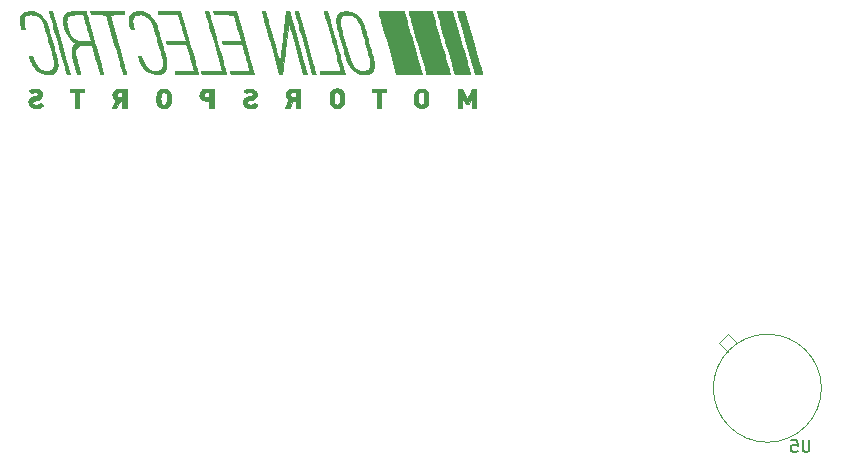
<source format=gbr>
G04 #@! TF.GenerationSoftware,KiCad,Pcbnew,5.1.4-e60b266~84~ubuntu16.04.1*
G04 #@! TF.CreationDate,2020-01-29T21:56:32-05:00*
G04 #@! TF.ProjectId,tire_temp,74697265-5f74-4656-9d70-2e6b69636164,rev?*
G04 #@! TF.SameCoordinates,Original*
G04 #@! TF.FileFunction,Legend,Bot*
G04 #@! TF.FilePolarity,Positive*
%FSLAX46Y46*%
G04 Gerber Fmt 4.6, Leading zero omitted, Abs format (unit mm)*
G04 Created by KiCad (PCBNEW 5.1.4-e60b266~84~ubuntu16.04.1) date 2020-01-29 21:56:32*
%MOMM*%
%LPD*%
G04 APERTURE LIST*
%ADD10C,0.120000*%
%ADD11C,0.010000*%
%ADD12C,0.150000*%
G04 APERTURE END LIST*
D10*
X160782000Y-109093000D02*
X161544000Y-109855000D01*
X161544000Y-108331000D02*
X160782000Y-109093000D01*
X162306000Y-109093000D02*
X161544000Y-108331000D01*
X169421000Y-112903000D02*
G75*
G03X169421000Y-112903000I-4575000J0D01*
G01*
D11*
G36*
X102311925Y-80982868D02*
G01*
X102092681Y-81016299D01*
X101912872Y-81081430D01*
X101771947Y-81178626D01*
X101669356Y-81308251D01*
X101610661Y-81448355D01*
X101588575Y-81569405D01*
X101579518Y-81724671D01*
X101582925Y-81899421D01*
X101598230Y-82078924D01*
X101624867Y-82248448D01*
X101644674Y-82334100D01*
X101691928Y-82511900D01*
X101838598Y-82519581D01*
X101920649Y-82522258D01*
X101962661Y-82517220D01*
X101975181Y-82501449D01*
X101971773Y-82481481D01*
X101922593Y-82301585D01*
X101890993Y-82149954D01*
X101873931Y-82008426D01*
X101868398Y-81864200D01*
X101869177Y-81744853D01*
X101875281Y-81661066D01*
X101889364Y-81597668D01*
X101914078Y-81539489D01*
X101930520Y-81508919D01*
X102010159Y-81402178D01*
X102115016Y-81327348D01*
X102252054Y-81280928D01*
X102426781Y-81259494D01*
X102664766Y-81269411D01*
X102881120Y-81325285D01*
X103075849Y-81427119D01*
X103248959Y-81574918D01*
X103400455Y-81768687D01*
X103530346Y-82008429D01*
X103565790Y-82091013D01*
X103586365Y-82149544D01*
X103618646Y-82251530D01*
X103661067Y-82391393D01*
X103712060Y-82563553D01*
X103770058Y-82762433D01*
X103833494Y-82982452D01*
X103900800Y-83218031D01*
X103970408Y-83463592D01*
X104040752Y-83713555D01*
X104110264Y-83962342D01*
X104177377Y-84204372D01*
X104240523Y-84434068D01*
X104298134Y-84645849D01*
X104348645Y-84834138D01*
X104390486Y-84993354D01*
X104422091Y-85117919D01*
X104441893Y-85202254D01*
X104446737Y-85226761D01*
X104467248Y-85441416D01*
X104449588Y-85622897D01*
X104393560Y-85771776D01*
X104298962Y-85888628D01*
X104190800Y-85961811D01*
X104122809Y-85994765D01*
X104064781Y-86015159D01*
X104001660Y-86025394D01*
X103918388Y-86027872D01*
X103799909Y-86024995D01*
X103795630Y-86024850D01*
X103670530Y-86018890D01*
X103578987Y-86008554D01*
X103503765Y-85990127D01*
X103427626Y-85959893D01*
X103372500Y-85933639D01*
X103191176Y-85816716D01*
X103027165Y-85654279D01*
X102882577Y-85449288D01*
X102759524Y-85204701D01*
X102666159Y-84943950D01*
X102611053Y-84759800D01*
X102473827Y-84759800D01*
X102398092Y-84763664D01*
X102348253Y-84773616D01*
X102336600Y-84782909D01*
X102346144Y-84834067D01*
X102371949Y-84920327D01*
X102409771Y-85030309D01*
X102455370Y-85152636D01*
X102504503Y-85275929D01*
X102552929Y-85388810D01*
X102596406Y-85479900D01*
X102596524Y-85480127D01*
X102690089Y-85632712D01*
X102809982Y-85786743D01*
X102945390Y-85930996D01*
X103085498Y-86054250D01*
X103219493Y-86145282D01*
X103255447Y-86163948D01*
X103473090Y-86245256D01*
X103708083Y-86293581D01*
X103945286Y-86307322D01*
X104169560Y-86284875D01*
X104241600Y-86268335D01*
X104415344Y-86200338D01*
X104551560Y-86098624D01*
X104652681Y-85960841D01*
X104713243Y-85812333D01*
X104737656Y-85686727D01*
X104748030Y-85530211D01*
X104744109Y-85360767D01*
X104725636Y-85196382D01*
X104722314Y-85177214D01*
X104708216Y-85113892D01*
X104681426Y-85007444D01*
X104643539Y-84863494D01*
X104596147Y-84687667D01*
X104540845Y-84485587D01*
X104479227Y-84262877D01*
X104412885Y-84025163D01*
X104343415Y-83778068D01*
X104272409Y-83527217D01*
X104201461Y-83278234D01*
X104132166Y-83036742D01*
X104066117Y-82808367D01*
X104004907Y-82598732D01*
X103950131Y-82413462D01*
X103903382Y-82258181D01*
X103866254Y-82138512D01*
X103840340Y-82060081D01*
X103834440Y-82043995D01*
X103706080Y-81769559D01*
X103548484Y-81532899D01*
X103364208Y-81335797D01*
X103155813Y-81180036D01*
X102925855Y-81067400D01*
X102676894Y-80999671D01*
X102411487Y-80978633D01*
X102311925Y-80982868D01*
X102311925Y-80982868D01*
G37*
X102311925Y-80982868D02*
X102092681Y-81016299D01*
X101912872Y-81081430D01*
X101771947Y-81178626D01*
X101669356Y-81308251D01*
X101610661Y-81448355D01*
X101588575Y-81569405D01*
X101579518Y-81724671D01*
X101582925Y-81899421D01*
X101598230Y-82078924D01*
X101624867Y-82248448D01*
X101644674Y-82334100D01*
X101691928Y-82511900D01*
X101838598Y-82519581D01*
X101920649Y-82522258D01*
X101962661Y-82517220D01*
X101975181Y-82501449D01*
X101971773Y-82481481D01*
X101922593Y-82301585D01*
X101890993Y-82149954D01*
X101873931Y-82008426D01*
X101868398Y-81864200D01*
X101869177Y-81744853D01*
X101875281Y-81661066D01*
X101889364Y-81597668D01*
X101914078Y-81539489D01*
X101930520Y-81508919D01*
X102010159Y-81402178D01*
X102115016Y-81327348D01*
X102252054Y-81280928D01*
X102426781Y-81259494D01*
X102664766Y-81269411D01*
X102881120Y-81325285D01*
X103075849Y-81427119D01*
X103248959Y-81574918D01*
X103400455Y-81768687D01*
X103530346Y-82008429D01*
X103565790Y-82091013D01*
X103586365Y-82149544D01*
X103618646Y-82251530D01*
X103661067Y-82391393D01*
X103712060Y-82563553D01*
X103770058Y-82762433D01*
X103833494Y-82982452D01*
X103900800Y-83218031D01*
X103970408Y-83463592D01*
X104040752Y-83713555D01*
X104110264Y-83962342D01*
X104177377Y-84204372D01*
X104240523Y-84434068D01*
X104298134Y-84645849D01*
X104348645Y-84834138D01*
X104390486Y-84993354D01*
X104422091Y-85117919D01*
X104441893Y-85202254D01*
X104446737Y-85226761D01*
X104467248Y-85441416D01*
X104449588Y-85622897D01*
X104393560Y-85771776D01*
X104298962Y-85888628D01*
X104190800Y-85961811D01*
X104122809Y-85994765D01*
X104064781Y-86015159D01*
X104001660Y-86025394D01*
X103918388Y-86027872D01*
X103799909Y-86024995D01*
X103795630Y-86024850D01*
X103670530Y-86018890D01*
X103578987Y-86008554D01*
X103503765Y-85990127D01*
X103427626Y-85959893D01*
X103372500Y-85933639D01*
X103191176Y-85816716D01*
X103027165Y-85654279D01*
X102882577Y-85449288D01*
X102759524Y-85204701D01*
X102666159Y-84943950D01*
X102611053Y-84759800D01*
X102473827Y-84759800D01*
X102398092Y-84763664D01*
X102348253Y-84773616D01*
X102336600Y-84782909D01*
X102346144Y-84834067D01*
X102371949Y-84920327D01*
X102409771Y-85030309D01*
X102455370Y-85152636D01*
X102504503Y-85275929D01*
X102552929Y-85388810D01*
X102596406Y-85479900D01*
X102596524Y-85480127D01*
X102690089Y-85632712D01*
X102809982Y-85786743D01*
X102945390Y-85930996D01*
X103085498Y-86054250D01*
X103219493Y-86145282D01*
X103255447Y-86163948D01*
X103473090Y-86245256D01*
X103708083Y-86293581D01*
X103945286Y-86307322D01*
X104169560Y-86284875D01*
X104241600Y-86268335D01*
X104415344Y-86200338D01*
X104551560Y-86098624D01*
X104652681Y-85960841D01*
X104713243Y-85812333D01*
X104737656Y-85686727D01*
X104748030Y-85530211D01*
X104744109Y-85360767D01*
X104725636Y-85196382D01*
X104722314Y-85177214D01*
X104708216Y-85113892D01*
X104681426Y-85007444D01*
X104643539Y-84863494D01*
X104596147Y-84687667D01*
X104540845Y-84485587D01*
X104479227Y-84262877D01*
X104412885Y-84025163D01*
X104343415Y-83778068D01*
X104272409Y-83527217D01*
X104201461Y-83278234D01*
X104132166Y-83036742D01*
X104066117Y-82808367D01*
X104004907Y-82598732D01*
X103950131Y-82413462D01*
X103903382Y-82258181D01*
X103866254Y-82138512D01*
X103840340Y-82060081D01*
X103834440Y-82043995D01*
X103706080Y-81769559D01*
X103548484Y-81532899D01*
X103364208Y-81335797D01*
X103155813Y-81180036D01*
X102925855Y-81067400D01*
X102676894Y-80999671D01*
X102411487Y-80978633D01*
X102311925Y-80982868D01*
G36*
X104047856Y-80989223D02*
G01*
X104038400Y-81008443D01*
X104045153Y-81037320D01*
X104064809Y-81111837D01*
X104096467Y-81228747D01*
X104139225Y-81384801D01*
X104192182Y-81576752D01*
X104254436Y-81801351D01*
X104325084Y-82055352D01*
X104403226Y-82335505D01*
X104487959Y-82638563D01*
X104578381Y-82961279D01*
X104673592Y-83300404D01*
X104763378Y-83619620D01*
X104862385Y-83971374D01*
X104957671Y-84310014D01*
X105048312Y-84632255D01*
X105133385Y-84934815D01*
X105211969Y-85214408D01*
X105283141Y-85467750D01*
X105345979Y-85691557D01*
X105399559Y-85882544D01*
X105442961Y-86037427D01*
X105475260Y-86152922D01*
X105495536Y-86225745D01*
X105502731Y-86252050D01*
X105516968Y-86285216D01*
X105547215Y-86302381D01*
X105607120Y-86308605D01*
X105656808Y-86309200D01*
X105736239Y-86307760D01*
X105775870Y-86300079D01*
X105786690Y-86281117D01*
X105781355Y-86252050D01*
X105772531Y-86220261D01*
X105750852Y-86142841D01*
X105717235Y-86023055D01*
X105672600Y-85864168D01*
X105617865Y-85669446D01*
X105553948Y-85442153D01*
X105481767Y-85185556D01*
X105402242Y-84902919D01*
X105316289Y-84597508D01*
X105224829Y-84272589D01*
X105128779Y-83931426D01*
X105033032Y-83591400D01*
X104299862Y-80987900D01*
X104169131Y-80980222D01*
X104088221Y-80979071D01*
X104047856Y-80989223D01*
X104047856Y-80989223D01*
G37*
X104047856Y-80989223D02*
X104038400Y-81008443D01*
X104045153Y-81037320D01*
X104064809Y-81111837D01*
X104096467Y-81228747D01*
X104139225Y-81384801D01*
X104192182Y-81576752D01*
X104254436Y-81801351D01*
X104325084Y-82055352D01*
X104403226Y-82335505D01*
X104487959Y-82638563D01*
X104578381Y-82961279D01*
X104673592Y-83300404D01*
X104763378Y-83619620D01*
X104862385Y-83971374D01*
X104957671Y-84310014D01*
X105048312Y-84632255D01*
X105133385Y-84934815D01*
X105211969Y-85214408D01*
X105283141Y-85467750D01*
X105345979Y-85691557D01*
X105399559Y-85882544D01*
X105442961Y-86037427D01*
X105475260Y-86152922D01*
X105495536Y-86225745D01*
X105502731Y-86252050D01*
X105516968Y-86285216D01*
X105547215Y-86302381D01*
X105607120Y-86308605D01*
X105656808Y-86309200D01*
X105736239Y-86307760D01*
X105775870Y-86300079D01*
X105786690Y-86281117D01*
X105781355Y-86252050D01*
X105772531Y-86220261D01*
X105750852Y-86142841D01*
X105717235Y-86023055D01*
X105672600Y-85864168D01*
X105617865Y-85669446D01*
X105553948Y-85442153D01*
X105481767Y-85185556D01*
X105402242Y-84902919D01*
X105316289Y-84597508D01*
X105224829Y-84272589D01*
X105128779Y-83931426D01*
X105033032Y-83591400D01*
X104299862Y-80987900D01*
X104169131Y-80980222D01*
X104088221Y-80979071D01*
X104047856Y-80989223D01*
G36*
X106639254Y-80979094D02*
G01*
X106459596Y-80981131D01*
X106457750Y-80981157D01*
X106245020Y-80984639D01*
X106076539Y-80988653D01*
X105945760Y-80993642D01*
X105846134Y-81000050D01*
X105771109Y-81008322D01*
X105714139Y-81018901D01*
X105668672Y-81032230D01*
X105660612Y-81035179D01*
X105503579Y-81119344D01*
X105373905Y-81239331D01*
X105281859Y-81385620D01*
X105281313Y-81386845D01*
X105240715Y-81524070D01*
X105221935Y-81696369D01*
X105224857Y-81892993D01*
X105249360Y-82103197D01*
X105291451Y-82301606D01*
X105398310Y-82645695D01*
X105527347Y-82944103D01*
X105678583Y-83196861D01*
X105852036Y-83404002D01*
X106047727Y-83565558D01*
X106121200Y-83611180D01*
X106186900Y-83648865D01*
X106231228Y-83674401D01*
X106241899Y-83680635D01*
X106229390Y-83699431D01*
X106190423Y-83744277D01*
X106143095Y-83795220D01*
X106052727Y-83901092D01*
X105991309Y-84004075D01*
X105954161Y-84117773D01*
X105936602Y-84255793D01*
X105933598Y-84404200D01*
X105934854Y-84480712D01*
X105938086Y-84549347D01*
X105944764Y-84616973D01*
X105956358Y-84690456D01*
X105974336Y-84776663D01*
X106000168Y-84882460D01*
X106035321Y-85014714D01*
X106081267Y-85180293D01*
X106139473Y-85386062D01*
X106156400Y-85445600D01*
X106210906Y-85637109D01*
X106261364Y-85814198D01*
X106305987Y-85970603D01*
X106342987Y-86100064D01*
X106370573Y-86196319D01*
X106386958Y-86253106D01*
X106390394Y-86264750D01*
X106409796Y-86291652D01*
X106454814Y-86305278D01*
X106537611Y-86309194D01*
X106542012Y-86309200D01*
X106618003Y-86307237D01*
X106668121Y-86302182D01*
X106680000Y-86297410D01*
X106673370Y-86270967D01*
X106654581Y-86201599D01*
X106625286Y-86095266D01*
X106587137Y-85957929D01*
X106541789Y-85795548D01*
X106490894Y-85614086D01*
X106463938Y-85518260D01*
X106409098Y-85321440D01*
X106357795Y-85133430D01*
X106311979Y-84961680D01*
X106273603Y-84813643D01*
X106244617Y-84696769D01*
X106226972Y-84618509D01*
X106223704Y-84600799D01*
X106212558Y-84405765D01*
X106245217Y-84234853D01*
X106321005Y-84089544D01*
X106439246Y-83971317D01*
X106539473Y-83909218D01*
X106592650Y-83882659D01*
X106639267Y-83862954D01*
X106688141Y-83848920D01*
X106748087Y-83839377D01*
X106827920Y-83833143D01*
X106936455Y-83829038D01*
X107082509Y-83825881D01*
X107173489Y-83824268D01*
X107657900Y-83815837D01*
X107961106Y-84903768D01*
X108026012Y-85136415D01*
X108088319Y-85359286D01*
X108146363Y-85566465D01*
X108198482Y-85752036D01*
X108243013Y-85910083D01*
X108278292Y-86034689D01*
X108302656Y-86119940D01*
X108311556Y-86150450D01*
X108358801Y-86309200D01*
X108484601Y-86309200D01*
X108564650Y-86304860D01*
X108603288Y-86290109D01*
X108610400Y-86271994D01*
X108603649Y-86242973D01*
X108583990Y-86168285D01*
X108552318Y-86051154D01*
X108509527Y-85894801D01*
X108456512Y-85702451D01*
X108394167Y-85477326D01*
X108323385Y-85222648D01*
X108245062Y-84941641D01*
X108160091Y-84637527D01*
X108069366Y-84313529D01*
X107973782Y-83972870D01*
X107874233Y-83618773D01*
X107873800Y-83617236D01*
X107848820Y-83528432D01*
X107569000Y-83528432D01*
X107544973Y-83532419D01*
X107478382Y-83535858D01*
X107377461Y-83538517D01*
X107250445Y-83540165D01*
X107135865Y-83540600D01*
X106921056Y-83538061D01*
X106749640Y-83530130D01*
X106614444Y-83516333D01*
X106525126Y-83500205D01*
X106322371Y-83431791D01*
X106141596Y-83322987D01*
X105981645Y-83172344D01*
X105841363Y-82978411D01*
X105719594Y-82739739D01*
X105615183Y-82454876D01*
X105571406Y-82303232D01*
X105517828Y-82052396D01*
X105500711Y-81836826D01*
X105520074Y-81656393D01*
X105575935Y-81510972D01*
X105668312Y-81400434D01*
X105708952Y-81370175D01*
X105776001Y-81331776D01*
X105850257Y-81302682D01*
X105939662Y-81281712D01*
X106052163Y-81267682D01*
X106195702Y-81259410D01*
X106378225Y-81255715D01*
X106481439Y-81255220D01*
X106643602Y-81255410D01*
X106762051Y-81256941D01*
X106843867Y-81260485D01*
X106896130Y-81266712D01*
X106925921Y-81276292D01*
X106940322Y-81289897D01*
X106944160Y-81299050D01*
X106957074Y-81343262D01*
X106981254Y-81427921D01*
X107015034Y-81547079D01*
X107056746Y-81694786D01*
X107104722Y-81865091D01*
X107157296Y-82052046D01*
X107212798Y-82249700D01*
X107269562Y-82452104D01*
X107325921Y-82653309D01*
X107380206Y-82847365D01*
X107430751Y-83028322D01*
X107475887Y-83190231D01*
X107513947Y-83327142D01*
X107543264Y-83433105D01*
X107562171Y-83502172D01*
X107568999Y-83528391D01*
X107569000Y-83528432D01*
X107848820Y-83528432D01*
X107774326Y-83263617D01*
X107678804Y-82923799D01*
X107588127Y-82600969D01*
X107503187Y-82298313D01*
X107424875Y-82019016D01*
X107354084Y-81766265D01*
X107291705Y-81543245D01*
X107238630Y-81353143D01*
X107195750Y-81199145D01*
X107163958Y-81084436D01*
X107144144Y-81012204D01*
X107137202Y-80985633D01*
X107137200Y-80985598D01*
X107112901Y-80982216D01*
X107044383Y-80979831D01*
X106938220Y-80978487D01*
X106800986Y-80978227D01*
X106639254Y-80979094D01*
X106639254Y-80979094D01*
G37*
X106639254Y-80979094D02*
X106459596Y-80981131D01*
X106457750Y-80981157D01*
X106245020Y-80984639D01*
X106076539Y-80988653D01*
X105945760Y-80993642D01*
X105846134Y-81000050D01*
X105771109Y-81008322D01*
X105714139Y-81018901D01*
X105668672Y-81032230D01*
X105660612Y-81035179D01*
X105503579Y-81119344D01*
X105373905Y-81239331D01*
X105281859Y-81385620D01*
X105281313Y-81386845D01*
X105240715Y-81524070D01*
X105221935Y-81696369D01*
X105224857Y-81892993D01*
X105249360Y-82103197D01*
X105291451Y-82301606D01*
X105398310Y-82645695D01*
X105527347Y-82944103D01*
X105678583Y-83196861D01*
X105852036Y-83404002D01*
X106047727Y-83565558D01*
X106121200Y-83611180D01*
X106186900Y-83648865D01*
X106231228Y-83674401D01*
X106241899Y-83680635D01*
X106229390Y-83699431D01*
X106190423Y-83744277D01*
X106143095Y-83795220D01*
X106052727Y-83901092D01*
X105991309Y-84004075D01*
X105954161Y-84117773D01*
X105936602Y-84255793D01*
X105933598Y-84404200D01*
X105934854Y-84480712D01*
X105938086Y-84549347D01*
X105944764Y-84616973D01*
X105956358Y-84690456D01*
X105974336Y-84776663D01*
X106000168Y-84882460D01*
X106035321Y-85014714D01*
X106081267Y-85180293D01*
X106139473Y-85386062D01*
X106156400Y-85445600D01*
X106210906Y-85637109D01*
X106261364Y-85814198D01*
X106305987Y-85970603D01*
X106342987Y-86100064D01*
X106370573Y-86196319D01*
X106386958Y-86253106D01*
X106390394Y-86264750D01*
X106409796Y-86291652D01*
X106454814Y-86305278D01*
X106537611Y-86309194D01*
X106542012Y-86309200D01*
X106618003Y-86307237D01*
X106668121Y-86302182D01*
X106680000Y-86297410D01*
X106673370Y-86270967D01*
X106654581Y-86201599D01*
X106625286Y-86095266D01*
X106587137Y-85957929D01*
X106541789Y-85795548D01*
X106490894Y-85614086D01*
X106463938Y-85518260D01*
X106409098Y-85321440D01*
X106357795Y-85133430D01*
X106311979Y-84961680D01*
X106273603Y-84813643D01*
X106244617Y-84696769D01*
X106226972Y-84618509D01*
X106223704Y-84600799D01*
X106212558Y-84405765D01*
X106245217Y-84234853D01*
X106321005Y-84089544D01*
X106439246Y-83971317D01*
X106539473Y-83909218D01*
X106592650Y-83882659D01*
X106639267Y-83862954D01*
X106688141Y-83848920D01*
X106748087Y-83839377D01*
X106827920Y-83833143D01*
X106936455Y-83829038D01*
X107082509Y-83825881D01*
X107173489Y-83824268D01*
X107657900Y-83815837D01*
X107961106Y-84903768D01*
X108026012Y-85136415D01*
X108088319Y-85359286D01*
X108146363Y-85566465D01*
X108198482Y-85752036D01*
X108243013Y-85910083D01*
X108278292Y-86034689D01*
X108302656Y-86119940D01*
X108311556Y-86150450D01*
X108358801Y-86309200D01*
X108484601Y-86309200D01*
X108564650Y-86304860D01*
X108603288Y-86290109D01*
X108610400Y-86271994D01*
X108603649Y-86242973D01*
X108583990Y-86168285D01*
X108552318Y-86051154D01*
X108509527Y-85894801D01*
X108456512Y-85702451D01*
X108394167Y-85477326D01*
X108323385Y-85222648D01*
X108245062Y-84941641D01*
X108160091Y-84637527D01*
X108069366Y-84313529D01*
X107973782Y-83972870D01*
X107874233Y-83618773D01*
X107873800Y-83617236D01*
X107848820Y-83528432D01*
X107569000Y-83528432D01*
X107544973Y-83532419D01*
X107478382Y-83535858D01*
X107377461Y-83538517D01*
X107250445Y-83540165D01*
X107135865Y-83540600D01*
X106921056Y-83538061D01*
X106749640Y-83530130D01*
X106614444Y-83516333D01*
X106525126Y-83500205D01*
X106322371Y-83431791D01*
X106141596Y-83322987D01*
X105981645Y-83172344D01*
X105841363Y-82978411D01*
X105719594Y-82739739D01*
X105615183Y-82454876D01*
X105571406Y-82303232D01*
X105517828Y-82052396D01*
X105500711Y-81836826D01*
X105520074Y-81656393D01*
X105575935Y-81510972D01*
X105668312Y-81400434D01*
X105708952Y-81370175D01*
X105776001Y-81331776D01*
X105850257Y-81302682D01*
X105939662Y-81281712D01*
X106052163Y-81267682D01*
X106195702Y-81259410D01*
X106378225Y-81255715D01*
X106481439Y-81255220D01*
X106643602Y-81255410D01*
X106762051Y-81256941D01*
X106843867Y-81260485D01*
X106896130Y-81266712D01*
X106925921Y-81276292D01*
X106940322Y-81289897D01*
X106944160Y-81299050D01*
X106957074Y-81343262D01*
X106981254Y-81427921D01*
X107015034Y-81547079D01*
X107056746Y-81694786D01*
X107104722Y-81865091D01*
X107157296Y-82052046D01*
X107212798Y-82249700D01*
X107269562Y-82452104D01*
X107325921Y-82653309D01*
X107380206Y-82847365D01*
X107430751Y-83028322D01*
X107475887Y-83190231D01*
X107513947Y-83327142D01*
X107543264Y-83433105D01*
X107562171Y-83502172D01*
X107568999Y-83528391D01*
X107569000Y-83528432D01*
X107848820Y-83528432D01*
X107774326Y-83263617D01*
X107678804Y-82923799D01*
X107588127Y-82600969D01*
X107503187Y-82298313D01*
X107424875Y-82019016D01*
X107354084Y-81766265D01*
X107291705Y-81543245D01*
X107238630Y-81353143D01*
X107195750Y-81199145D01*
X107163958Y-81084436D01*
X107144144Y-81012204D01*
X107137202Y-80985633D01*
X107137200Y-80985598D01*
X107112901Y-80982216D01*
X107044383Y-80979831D01*
X106938220Y-80978487D01*
X106800986Y-80978227D01*
X106639254Y-80979094D01*
G36*
X108664702Y-80975341D02*
G01*
X108418338Y-80975748D01*
X108192395Y-80976394D01*
X107991439Y-80977254D01*
X107820038Y-80978300D01*
X107682756Y-80979507D01*
X107584160Y-80980848D01*
X107528817Y-80982297D01*
X107518200Y-80983289D01*
X107524815Y-81010059D01*
X107541825Y-81070275D01*
X107557156Y-81122555D01*
X107596111Y-81253731D01*
X108234347Y-81260515D01*
X108872583Y-81267300D01*
X109562657Y-83718400D01*
X109659318Y-84061807D01*
X109752299Y-84392287D01*
X109840648Y-84706446D01*
X109923411Y-85000888D01*
X109999637Y-85272221D01*
X110068372Y-85517050D01*
X110128663Y-85731979D01*
X110179559Y-85913616D01*
X110220105Y-86058565D01*
X110249351Y-86163433D01*
X110266342Y-86224825D01*
X110270250Y-86239350D01*
X110284219Y-86279554D01*
X110309496Y-86300379D01*
X110360259Y-86308144D01*
X110426984Y-86309200D01*
X110503293Y-86308152D01*
X110553721Y-86305451D01*
X110565876Y-86302850D01*
X110559095Y-86278051D01*
X110539450Y-86207595D01*
X110507850Y-86094718D01*
X110465206Y-85942659D01*
X110412428Y-85754656D01*
X110350425Y-85533948D01*
X110280108Y-85283774D01*
X110202385Y-85007371D01*
X110118169Y-84707977D01*
X110028367Y-84388832D01*
X109933891Y-84053173D01*
X109857517Y-83781900D01*
X109149483Y-81267300D01*
X109784190Y-81260508D01*
X109982877Y-81258005D01*
X110136077Y-81255026D01*
X110249106Y-81251207D01*
X110327277Y-81246178D01*
X110375904Y-81239574D01*
X110400300Y-81231029D01*
X110405780Y-81220174D01*
X110405055Y-81217647D01*
X110389902Y-81171108D01*
X110369299Y-81099876D01*
X110363428Y-81078388D01*
X110335642Y-80975200D01*
X108926921Y-80975200D01*
X108664702Y-80975341D01*
X108664702Y-80975341D01*
G37*
X108664702Y-80975341D02*
X108418338Y-80975748D01*
X108192395Y-80976394D01*
X107991439Y-80977254D01*
X107820038Y-80978300D01*
X107682756Y-80979507D01*
X107584160Y-80980848D01*
X107528817Y-80982297D01*
X107518200Y-80983289D01*
X107524815Y-81010059D01*
X107541825Y-81070275D01*
X107557156Y-81122555D01*
X107596111Y-81253731D01*
X108234347Y-81260515D01*
X108872583Y-81267300D01*
X109562657Y-83718400D01*
X109659318Y-84061807D01*
X109752299Y-84392287D01*
X109840648Y-84706446D01*
X109923411Y-85000888D01*
X109999637Y-85272221D01*
X110068372Y-85517050D01*
X110128663Y-85731979D01*
X110179559Y-85913616D01*
X110220105Y-86058565D01*
X110249351Y-86163433D01*
X110266342Y-86224825D01*
X110270250Y-86239350D01*
X110284219Y-86279554D01*
X110309496Y-86300379D01*
X110360259Y-86308144D01*
X110426984Y-86309200D01*
X110503293Y-86308152D01*
X110553721Y-86305451D01*
X110565876Y-86302850D01*
X110559095Y-86278051D01*
X110539450Y-86207595D01*
X110507850Y-86094718D01*
X110465206Y-85942659D01*
X110412428Y-85754656D01*
X110350425Y-85533948D01*
X110280108Y-85283774D01*
X110202385Y-85007371D01*
X110118169Y-84707977D01*
X110028367Y-84388832D01*
X109933891Y-84053173D01*
X109857517Y-83781900D01*
X109149483Y-81267300D01*
X109784190Y-81260508D01*
X109982877Y-81258005D01*
X110136077Y-81255026D01*
X110249106Y-81251207D01*
X110327277Y-81246178D01*
X110375904Y-81239574D01*
X110400300Y-81231029D01*
X110405780Y-81220174D01*
X110405055Y-81217647D01*
X110389902Y-81171108D01*
X110369299Y-81099876D01*
X110363428Y-81078388D01*
X110335642Y-80975200D01*
X108926921Y-80975200D01*
X108664702Y-80975341D01*
G36*
X111513976Y-80989181D02*
G01*
X111420076Y-80992466D01*
X111349963Y-81001137D01*
X111290132Y-81017519D01*
X111227080Y-81043935D01*
X111172485Y-81070284D01*
X111022744Y-81168567D01*
X110910440Y-81297979D01*
X110835418Y-81459238D01*
X110797521Y-81653060D01*
X110796595Y-81880164D01*
X110832482Y-82141267D01*
X110888533Y-82378550D01*
X110928495Y-82524600D01*
X111064848Y-82524600D01*
X111140321Y-82522106D01*
X111189837Y-82515687D01*
X111201200Y-82509781D01*
X111195414Y-82479783D01*
X111180066Y-82413497D01*
X111158178Y-82323853D01*
X111152270Y-82300231D01*
X111102953Y-82068946D01*
X111081828Y-81875030D01*
X111089393Y-81713269D01*
X111126143Y-81578446D01*
X111192576Y-81465345D01*
X111236468Y-81415921D01*
X111327196Y-81340086D01*
X111426960Y-81290519D01*
X111546969Y-81264100D01*
X111698434Y-81257710D01*
X111792435Y-81261217D01*
X111920760Y-81271945D01*
X112019668Y-81290690D01*
X112110457Y-81322511D01*
X112173435Y-81351730D01*
X112355252Y-81468874D01*
X112520033Y-81630658D01*
X112664274Y-81832754D01*
X112784472Y-82070837D01*
X112812241Y-82140446D01*
X112831255Y-82197136D01*
X112862144Y-82297109D01*
X112903297Y-82434670D01*
X112953103Y-82604124D01*
X113009950Y-82799777D01*
X113072226Y-83015935D01*
X113138320Y-83246903D01*
X113206622Y-83486986D01*
X113275518Y-83730490D01*
X113343398Y-83971721D01*
X113408650Y-84204984D01*
X113469663Y-84424585D01*
X113524826Y-84624829D01*
X113572526Y-84800021D01*
X113611152Y-84944467D01*
X113639094Y-85052473D01*
X113654115Y-85115400D01*
X113673792Y-85232659D01*
X113686778Y-85358826D01*
X113689818Y-85432900D01*
X113674238Y-85620349D01*
X113625585Y-85770540D01*
X113542209Y-85885024D01*
X113422459Y-85965353D01*
X113264685Y-86013078D01*
X113067235Y-86029752D01*
X113054852Y-86029800D01*
X112824991Y-86007751D01*
X112617159Y-85941299D01*
X112430851Y-85829982D01*
X112265560Y-85673341D01*
X112120779Y-85470915D01*
X111996004Y-85222243D01*
X111909829Y-84988400D01*
X111840508Y-84772500D01*
X111698654Y-84764882D01*
X111621541Y-84762630D01*
X111570022Y-84764743D01*
X111556800Y-84768941D01*
X111564176Y-84796553D01*
X111584031Y-84861429D01*
X111612953Y-84952583D01*
X111634067Y-85017859D01*
X111756857Y-85336775D01*
X111902759Y-85610459D01*
X112071769Y-85838909D01*
X112263886Y-86022121D01*
X112479107Y-86160095D01*
X112717429Y-86252827D01*
X112978850Y-86300316D01*
X113144300Y-86307110D01*
X113259647Y-86302368D01*
X113372050Y-86291152D01*
X113458430Y-86275813D01*
X113463056Y-86274605D01*
X113639971Y-86204037D01*
X113781070Y-86097479D01*
X113886213Y-85955059D01*
X113932767Y-85850255D01*
X113956860Y-85744832D01*
X113969759Y-85604975D01*
X113971414Y-85445809D01*
X113961778Y-85282462D01*
X113940801Y-85130061D01*
X113935170Y-85101892D01*
X113921282Y-85044684D01*
X113895046Y-84944411D01*
X113858079Y-84806850D01*
X113812003Y-84637779D01*
X113758437Y-84442974D01*
X113698999Y-84228213D01*
X113635310Y-83999274D01*
X113568989Y-83761932D01*
X113501656Y-83521966D01*
X113434930Y-83285152D01*
X113370430Y-83057268D01*
X113309776Y-82844091D01*
X113254587Y-82651397D01*
X113206484Y-82484964D01*
X113167085Y-82350569D01*
X113138010Y-82253990D01*
X113127239Y-82219800D01*
X113009977Y-81921460D01*
X112864672Y-81659978D01*
X112693187Y-81437536D01*
X112497382Y-81256315D01*
X112279121Y-81118496D01*
X112133787Y-81055963D01*
X112044368Y-81026321D01*
X111962952Y-81006909D01*
X111874101Y-80995611D01*
X111762377Y-80990309D01*
X111645166Y-80988959D01*
X111513976Y-80989181D01*
X111513976Y-80989181D01*
G37*
X111513976Y-80989181D02*
X111420076Y-80992466D01*
X111349963Y-81001137D01*
X111290132Y-81017519D01*
X111227080Y-81043935D01*
X111172485Y-81070284D01*
X111022744Y-81168567D01*
X110910440Y-81297979D01*
X110835418Y-81459238D01*
X110797521Y-81653060D01*
X110796595Y-81880164D01*
X110832482Y-82141267D01*
X110888533Y-82378550D01*
X110928495Y-82524600D01*
X111064848Y-82524600D01*
X111140321Y-82522106D01*
X111189837Y-82515687D01*
X111201200Y-82509781D01*
X111195414Y-82479783D01*
X111180066Y-82413497D01*
X111158178Y-82323853D01*
X111152270Y-82300231D01*
X111102953Y-82068946D01*
X111081828Y-81875030D01*
X111089393Y-81713269D01*
X111126143Y-81578446D01*
X111192576Y-81465345D01*
X111236468Y-81415921D01*
X111327196Y-81340086D01*
X111426960Y-81290519D01*
X111546969Y-81264100D01*
X111698434Y-81257710D01*
X111792435Y-81261217D01*
X111920760Y-81271945D01*
X112019668Y-81290690D01*
X112110457Y-81322511D01*
X112173435Y-81351730D01*
X112355252Y-81468874D01*
X112520033Y-81630658D01*
X112664274Y-81832754D01*
X112784472Y-82070837D01*
X112812241Y-82140446D01*
X112831255Y-82197136D01*
X112862144Y-82297109D01*
X112903297Y-82434670D01*
X112953103Y-82604124D01*
X113009950Y-82799777D01*
X113072226Y-83015935D01*
X113138320Y-83246903D01*
X113206622Y-83486986D01*
X113275518Y-83730490D01*
X113343398Y-83971721D01*
X113408650Y-84204984D01*
X113469663Y-84424585D01*
X113524826Y-84624829D01*
X113572526Y-84800021D01*
X113611152Y-84944467D01*
X113639094Y-85052473D01*
X113654115Y-85115400D01*
X113673792Y-85232659D01*
X113686778Y-85358826D01*
X113689818Y-85432900D01*
X113674238Y-85620349D01*
X113625585Y-85770540D01*
X113542209Y-85885024D01*
X113422459Y-85965353D01*
X113264685Y-86013078D01*
X113067235Y-86029752D01*
X113054852Y-86029800D01*
X112824991Y-86007751D01*
X112617159Y-85941299D01*
X112430851Y-85829982D01*
X112265560Y-85673341D01*
X112120779Y-85470915D01*
X111996004Y-85222243D01*
X111909829Y-84988400D01*
X111840508Y-84772500D01*
X111698654Y-84764882D01*
X111621541Y-84762630D01*
X111570022Y-84764743D01*
X111556800Y-84768941D01*
X111564176Y-84796553D01*
X111584031Y-84861429D01*
X111612953Y-84952583D01*
X111634067Y-85017859D01*
X111756857Y-85336775D01*
X111902759Y-85610459D01*
X112071769Y-85838909D01*
X112263886Y-86022121D01*
X112479107Y-86160095D01*
X112717429Y-86252827D01*
X112978850Y-86300316D01*
X113144300Y-86307110D01*
X113259647Y-86302368D01*
X113372050Y-86291152D01*
X113458430Y-86275813D01*
X113463056Y-86274605D01*
X113639971Y-86204037D01*
X113781070Y-86097479D01*
X113886213Y-85955059D01*
X113932767Y-85850255D01*
X113956860Y-85744832D01*
X113969759Y-85604975D01*
X113971414Y-85445809D01*
X113961778Y-85282462D01*
X113940801Y-85130061D01*
X113935170Y-85101892D01*
X113921282Y-85044684D01*
X113895046Y-84944411D01*
X113858079Y-84806850D01*
X113812003Y-84637779D01*
X113758437Y-84442974D01*
X113698999Y-84228213D01*
X113635310Y-83999274D01*
X113568989Y-83761932D01*
X113501656Y-83521966D01*
X113434930Y-83285152D01*
X113370430Y-83057268D01*
X113309776Y-82844091D01*
X113254587Y-82651397D01*
X113206484Y-82484964D01*
X113167085Y-82350569D01*
X113138010Y-82253990D01*
X113127239Y-82219800D01*
X113009977Y-81921460D01*
X112864672Y-81659978D01*
X112693187Y-81437536D01*
X112497382Y-81256315D01*
X112279121Y-81118496D01*
X112133787Y-81055963D01*
X112044368Y-81026321D01*
X111962952Y-81006909D01*
X111874101Y-80995611D01*
X111762377Y-80990309D01*
X111645166Y-80988959D01*
X111513976Y-80989181D01*
G36*
X113914275Y-80975809D02*
G01*
X113684515Y-80977659D01*
X113503199Y-80980782D01*
X113369159Y-80985211D01*
X113281224Y-80990979D01*
X113238224Y-80998118D01*
X113233200Y-81002052D01*
X113239029Y-81041443D01*
X113253722Y-81109343D01*
X113261616Y-81141752D01*
X113290031Y-81254599D01*
X114124732Y-81254600D01*
X114959433Y-81254600D01*
X114976905Y-81324450D01*
X114987360Y-81363206D01*
X115010100Y-81445417D01*
X115043603Y-81565650D01*
X115086348Y-81718470D01*
X115136815Y-81898446D01*
X115193482Y-82100143D01*
X115254828Y-82318128D01*
X115291536Y-82448400D01*
X115588695Y-83502500D01*
X114766548Y-83509197D01*
X114518061Y-83511829D01*
X114317799Y-83515343D01*
X114163191Y-83519850D01*
X114051667Y-83525458D01*
X113980658Y-83532279D01*
X113947593Y-83540421D01*
X113944400Y-83544350D01*
X113951260Y-83585457D01*
X113968290Y-83652035D01*
X113973821Y-83671003D01*
X114003242Y-83769200D01*
X115663658Y-83769200D01*
X115811838Y-84296250D01*
X115865412Y-84486776D01*
X115927880Y-84708890D01*
X115994374Y-84945283D01*
X116060024Y-85178643D01*
X116119961Y-85391658D01*
X116127993Y-85420200D01*
X116295968Y-86017100D01*
X115475784Y-86023797D01*
X115213351Y-86026747D01*
X115001550Y-86030901D01*
X114840229Y-86036266D01*
X114729234Y-86042848D01*
X114668412Y-86050654D01*
X114655600Y-86056999D01*
X114661425Y-86096161D01*
X114676110Y-86163906D01*
X114684016Y-86196352D01*
X114712431Y-86309200D01*
X115674616Y-86309200D01*
X115932461Y-86308845D01*
X116143340Y-86307700D01*
X116311082Y-86305637D01*
X116439516Y-86302532D01*
X116532472Y-86298260D01*
X116593779Y-86292696D01*
X116627266Y-86285714D01*
X116636800Y-86277748D01*
X116630054Y-86249529D01*
X116610408Y-86175619D01*
X116578754Y-86059221D01*
X116535980Y-85903538D01*
X116482977Y-85711772D01*
X116420637Y-85487126D01*
X116349847Y-85232803D01*
X116271500Y-84952003D01*
X116186484Y-84647931D01*
X116095691Y-84323789D01*
X116000011Y-83982779D01*
X115900333Y-83628103D01*
X115895451Y-83610748D01*
X115154102Y-80975200D01*
X114193651Y-80975200D01*
X113914275Y-80975809D01*
X113914275Y-80975809D01*
G37*
X113914275Y-80975809D02*
X113684515Y-80977659D01*
X113503199Y-80980782D01*
X113369159Y-80985211D01*
X113281224Y-80990979D01*
X113238224Y-80998118D01*
X113233200Y-81002052D01*
X113239029Y-81041443D01*
X113253722Y-81109343D01*
X113261616Y-81141752D01*
X113290031Y-81254599D01*
X114124732Y-81254600D01*
X114959433Y-81254600D01*
X114976905Y-81324450D01*
X114987360Y-81363206D01*
X115010100Y-81445417D01*
X115043603Y-81565650D01*
X115086348Y-81718470D01*
X115136815Y-81898446D01*
X115193482Y-82100143D01*
X115254828Y-82318128D01*
X115291536Y-82448400D01*
X115588695Y-83502500D01*
X114766548Y-83509197D01*
X114518061Y-83511829D01*
X114317799Y-83515343D01*
X114163191Y-83519850D01*
X114051667Y-83525458D01*
X113980658Y-83532279D01*
X113947593Y-83540421D01*
X113944400Y-83544350D01*
X113951260Y-83585457D01*
X113968290Y-83652035D01*
X113973821Y-83671003D01*
X114003242Y-83769200D01*
X115663658Y-83769200D01*
X115811838Y-84296250D01*
X115865412Y-84486776D01*
X115927880Y-84708890D01*
X115994374Y-84945283D01*
X116060024Y-85178643D01*
X116119961Y-85391658D01*
X116127993Y-85420200D01*
X116295968Y-86017100D01*
X115475784Y-86023797D01*
X115213351Y-86026747D01*
X115001550Y-86030901D01*
X114840229Y-86036266D01*
X114729234Y-86042848D01*
X114668412Y-86050654D01*
X114655600Y-86056999D01*
X114661425Y-86096161D01*
X114676110Y-86163906D01*
X114684016Y-86196352D01*
X114712431Y-86309200D01*
X115674616Y-86309200D01*
X115932461Y-86308845D01*
X116143340Y-86307700D01*
X116311082Y-86305637D01*
X116439516Y-86302532D01*
X116532472Y-86298260D01*
X116593779Y-86292696D01*
X116627266Y-86285714D01*
X116636800Y-86277748D01*
X116630054Y-86249529D01*
X116610408Y-86175619D01*
X116578754Y-86059221D01*
X116535980Y-85903538D01*
X116482977Y-85711772D01*
X116420637Y-85487126D01*
X116349847Y-85232803D01*
X116271500Y-84952003D01*
X116186484Y-84647931D01*
X116095691Y-84323789D01*
X116000011Y-83982779D01*
X115900333Y-83628103D01*
X115895451Y-83610748D01*
X115154102Y-80975200D01*
X114193651Y-80975200D01*
X113914275Y-80975809D01*
G36*
X117308597Y-80978365D02*
G01*
X117258848Y-80986522D01*
X117247265Y-80994250D01*
X117254132Y-81020826D01*
X117273882Y-81093026D01*
X117305600Y-81207579D01*
X117348370Y-81361220D01*
X117401277Y-81550679D01*
X117463406Y-81772689D01*
X117533842Y-82023981D01*
X117611670Y-82301289D01*
X117695975Y-82601344D01*
X117785842Y-82920877D01*
X117880354Y-83256622D01*
X117953201Y-83515200D01*
X118658274Y-86017100D01*
X116886908Y-86030454D01*
X116904790Y-86112677D01*
X116924419Y-86189909D01*
X116944208Y-86252050D01*
X116965743Y-86309200D01*
X117996783Y-86309200D01*
X118252851Y-86309094D01*
X118462625Y-86308645D01*
X118630610Y-86307656D01*
X118761311Y-86305931D01*
X118859235Y-86303272D01*
X118928888Y-86299483D01*
X118974773Y-86294366D01*
X119001398Y-86287724D01*
X119013268Y-86279362D01*
X119014887Y-86269081D01*
X119013790Y-86264750D01*
X119005125Y-86234682D01*
X118983633Y-86158971D01*
X118950232Y-86040879D01*
X118905842Y-85883669D01*
X118851382Y-85690602D01*
X118787772Y-85464939D01*
X118715930Y-85209944D01*
X118636776Y-84928877D01*
X118551229Y-84625002D01*
X118460208Y-84301578D01*
X118364633Y-83961870D01*
X118274721Y-83642200D01*
X118175813Y-83290536D01*
X118080631Y-82952197D01*
X117990094Y-82630445D01*
X117905123Y-82328541D01*
X117826634Y-82049748D01*
X117755547Y-81797328D01*
X117692780Y-81574542D01*
X117639254Y-81384651D01*
X117595885Y-81230919D01*
X117563593Y-81116607D01*
X117543297Y-81044976D01*
X117536031Y-81019650D01*
X117516608Y-80992746D01*
X117471566Y-80979119D01*
X117388741Y-80975205D01*
X117384389Y-80975200D01*
X117308597Y-80978365D01*
X117308597Y-80978365D01*
G37*
X117308597Y-80978365D02*
X117258848Y-80986522D01*
X117247265Y-80994250D01*
X117254132Y-81020826D01*
X117273882Y-81093026D01*
X117305600Y-81207579D01*
X117348370Y-81361220D01*
X117401277Y-81550679D01*
X117463406Y-81772689D01*
X117533842Y-82023981D01*
X117611670Y-82301289D01*
X117695975Y-82601344D01*
X117785842Y-82920877D01*
X117880354Y-83256622D01*
X117953201Y-83515200D01*
X118658274Y-86017100D01*
X116886908Y-86030454D01*
X116904790Y-86112677D01*
X116924419Y-86189909D01*
X116944208Y-86252050D01*
X116965743Y-86309200D01*
X117996783Y-86309200D01*
X118252851Y-86309094D01*
X118462625Y-86308645D01*
X118630610Y-86307656D01*
X118761311Y-86305931D01*
X118859235Y-86303272D01*
X118928888Y-86299483D01*
X118974773Y-86294366D01*
X119001398Y-86287724D01*
X119013268Y-86279362D01*
X119014887Y-86269081D01*
X119013790Y-86264750D01*
X119005125Y-86234682D01*
X118983633Y-86158971D01*
X118950232Y-86040879D01*
X118905842Y-85883669D01*
X118851382Y-85690602D01*
X118787772Y-85464939D01*
X118715930Y-85209944D01*
X118636776Y-84928877D01*
X118551229Y-84625002D01*
X118460208Y-84301578D01*
X118364633Y-83961870D01*
X118274721Y-83642200D01*
X118175813Y-83290536D01*
X118080631Y-82952197D01*
X117990094Y-82630445D01*
X117905123Y-82328541D01*
X117826634Y-82049748D01*
X117755547Y-81797328D01*
X117692780Y-81574542D01*
X117639254Y-81384651D01*
X117595885Y-81230919D01*
X117563593Y-81116607D01*
X117543297Y-81044976D01*
X117536031Y-81019650D01*
X117516608Y-80992746D01*
X117471566Y-80979119D01*
X117388741Y-80975205D01*
X117384389Y-80975200D01*
X117308597Y-80978365D01*
G36*
X118679890Y-80975684D02*
G01*
X118481176Y-80977063D01*
X118304809Y-80979229D01*
X118156306Y-80982071D01*
X118041189Y-80985482D01*
X117964974Y-80989351D01*
X117933183Y-80993569D01*
X117932586Y-80994250D01*
X117939556Y-81028136D01*
X117956760Y-81092072D01*
X117967125Y-81127600D01*
X118001279Y-81241900D01*
X118834399Y-81254600D01*
X119667520Y-81267300D01*
X119979993Y-82372200D01*
X120044359Y-82600131D01*
X120104296Y-82813028D01*
X120158417Y-83005915D01*
X120205334Y-83173812D01*
X120243657Y-83311743D01*
X120272000Y-83414729D01*
X120288974Y-83477794D01*
X120293434Y-83496150D01*
X120269267Y-83500740D01*
X120200255Y-83504932D01*
X120092351Y-83508590D01*
X119951510Y-83511574D01*
X119783684Y-83513748D01*
X119594828Y-83514975D01*
X119468417Y-83515200D01*
X118642433Y-83515200D01*
X118659336Y-83585050D01*
X118680251Y-83660416D01*
X118697291Y-83712050D01*
X118718343Y-83769200D01*
X120368449Y-83769200D01*
X120418978Y-83940650D01*
X120437488Y-84004660D01*
X120467762Y-84110814D01*
X120507885Y-84252331D01*
X120555941Y-84422431D01*
X120610015Y-84614334D01*
X120668191Y-84821259D01*
X120725771Y-85026500D01*
X120784172Y-85234789D01*
X120838617Y-85428784D01*
X120887500Y-85602777D01*
X120929215Y-85751060D01*
X120962156Y-85867924D01*
X120984718Y-85947661D01*
X120995293Y-85984562D01*
X120995530Y-85985350D01*
X120996591Y-85997544D01*
X120988232Y-86007286D01*
X120965440Y-86014849D01*
X120923205Y-86020507D01*
X120856517Y-86024532D01*
X120760365Y-86027200D01*
X120629738Y-86028783D01*
X120459625Y-86029556D01*
X120245016Y-86029792D01*
X120181812Y-86029800D01*
X119982626Y-86030362D01*
X119800707Y-86031956D01*
X119642009Y-86034446D01*
X119512487Y-86037694D01*
X119418096Y-86041563D01*
X119364792Y-86045916D01*
X119354986Y-86048850D01*
X119361957Y-86082735D01*
X119379165Y-86146670D01*
X119389534Y-86182200D01*
X119423696Y-86296500D01*
X120394256Y-86303153D01*
X120641924Y-86304742D01*
X120843439Y-86305652D01*
X121003447Y-86305699D01*
X121126593Y-86304698D01*
X121217523Y-86302462D01*
X121280880Y-86298809D01*
X121321312Y-86293552D01*
X121343462Y-86286507D01*
X121351977Y-86277488D01*
X121351500Y-86266311D01*
X121351133Y-86265053D01*
X121342511Y-86234898D01*
X121321085Y-86159122D01*
X121287779Y-86041014D01*
X121243517Y-85883861D01*
X121189225Y-85690953D01*
X121125828Y-85465577D01*
X121054249Y-85211022D01*
X120975415Y-84930577D01*
X120890251Y-84627530D01*
X120799680Y-84305169D01*
X120704627Y-83966782D01*
X120624171Y-83680300D01*
X120525860Y-83330311D01*
X120431063Y-82993024D01*
X120340724Y-82671790D01*
X120255789Y-82369963D01*
X120177205Y-82090897D01*
X120105915Y-81837946D01*
X120042866Y-81614461D01*
X119989003Y-81423798D01*
X119945272Y-81269309D01*
X119912617Y-81154347D01*
X119891985Y-81082267D01*
X119884777Y-81057750D01*
X119858661Y-80975200D01*
X118895431Y-80975200D01*
X118679890Y-80975684D01*
X118679890Y-80975684D01*
G37*
X118679890Y-80975684D02*
X118481176Y-80977063D01*
X118304809Y-80979229D01*
X118156306Y-80982071D01*
X118041189Y-80985482D01*
X117964974Y-80989351D01*
X117933183Y-80993569D01*
X117932586Y-80994250D01*
X117939556Y-81028136D01*
X117956760Y-81092072D01*
X117967125Y-81127600D01*
X118001279Y-81241900D01*
X118834399Y-81254600D01*
X119667520Y-81267300D01*
X119979993Y-82372200D01*
X120044359Y-82600131D01*
X120104296Y-82813028D01*
X120158417Y-83005915D01*
X120205334Y-83173812D01*
X120243657Y-83311743D01*
X120272000Y-83414729D01*
X120288974Y-83477794D01*
X120293434Y-83496150D01*
X120269267Y-83500740D01*
X120200255Y-83504932D01*
X120092351Y-83508590D01*
X119951510Y-83511574D01*
X119783684Y-83513748D01*
X119594828Y-83514975D01*
X119468417Y-83515200D01*
X118642433Y-83515200D01*
X118659336Y-83585050D01*
X118680251Y-83660416D01*
X118697291Y-83712050D01*
X118718343Y-83769200D01*
X120368449Y-83769200D01*
X120418978Y-83940650D01*
X120437488Y-84004660D01*
X120467762Y-84110814D01*
X120507885Y-84252331D01*
X120555941Y-84422431D01*
X120610015Y-84614334D01*
X120668191Y-84821259D01*
X120725771Y-85026500D01*
X120784172Y-85234789D01*
X120838617Y-85428784D01*
X120887500Y-85602777D01*
X120929215Y-85751060D01*
X120962156Y-85867924D01*
X120984718Y-85947661D01*
X120995293Y-85984562D01*
X120995530Y-85985350D01*
X120996591Y-85997544D01*
X120988232Y-86007286D01*
X120965440Y-86014849D01*
X120923205Y-86020507D01*
X120856517Y-86024532D01*
X120760365Y-86027200D01*
X120629738Y-86028783D01*
X120459625Y-86029556D01*
X120245016Y-86029792D01*
X120181812Y-86029800D01*
X119982626Y-86030362D01*
X119800707Y-86031956D01*
X119642009Y-86034446D01*
X119512487Y-86037694D01*
X119418096Y-86041563D01*
X119364792Y-86045916D01*
X119354986Y-86048850D01*
X119361957Y-86082735D01*
X119379165Y-86146670D01*
X119389534Y-86182200D01*
X119423696Y-86296500D01*
X120394256Y-86303153D01*
X120641924Y-86304742D01*
X120843439Y-86305652D01*
X121003447Y-86305699D01*
X121126593Y-86304698D01*
X121217523Y-86302462D01*
X121280880Y-86298809D01*
X121321312Y-86293552D01*
X121343462Y-86286507D01*
X121351977Y-86277488D01*
X121351500Y-86266311D01*
X121351133Y-86265053D01*
X121342511Y-86234898D01*
X121321085Y-86159122D01*
X121287779Y-86041014D01*
X121243517Y-85883861D01*
X121189225Y-85690953D01*
X121125828Y-85465577D01*
X121054249Y-85211022D01*
X120975415Y-84930577D01*
X120890251Y-84627530D01*
X120799680Y-84305169D01*
X120704627Y-83966782D01*
X120624171Y-83680300D01*
X120525860Y-83330311D01*
X120431063Y-82993024D01*
X120340724Y-82671790D01*
X120255789Y-82369963D01*
X120177205Y-82090897D01*
X120105915Y-81837946D01*
X120042866Y-81614461D01*
X119989003Y-81423798D01*
X119945272Y-81269309D01*
X119912617Y-81154347D01*
X119891985Y-81082267D01*
X119884777Y-81057750D01*
X119858661Y-80975200D01*
X118895431Y-80975200D01*
X118679890Y-80975684D01*
G36*
X122177828Y-80975733D02*
G01*
X122109063Y-80979622D01*
X122059923Y-80986827D01*
X122046499Y-80994250D01*
X122053161Y-81020773D01*
X122072693Y-81093023D01*
X122104212Y-81207822D01*
X122146831Y-81361996D01*
X122199667Y-81552368D01*
X122261834Y-81775761D01*
X122332447Y-82029000D01*
X122410622Y-82308908D01*
X122495474Y-82612311D01*
X122586117Y-82936030D01*
X122681667Y-83276891D01*
X122781240Y-83631718D01*
X122789449Y-83660954D01*
X123532900Y-86308608D01*
X123653550Y-86308904D01*
X123733666Y-86303823D01*
X123770257Y-86286870D01*
X123774200Y-86274204D01*
X123777227Y-86244254D01*
X123786007Y-86167595D01*
X123800093Y-86047938D01*
X123819038Y-85888994D01*
X123842395Y-85694474D01*
X123869714Y-85468090D01*
X123900550Y-85213552D01*
X123934454Y-84934572D01*
X123970978Y-84634860D01*
X124009675Y-84318128D01*
X124040900Y-84063108D01*
X124080983Y-83735852D01*
X124119271Y-83422829D01*
X124155317Y-83127740D01*
X124188670Y-82854286D01*
X124218879Y-82606167D01*
X124245496Y-82387086D01*
X124268071Y-82200742D01*
X124286154Y-82050838D01*
X124299295Y-81941073D01*
X124307044Y-81875149D01*
X124309056Y-81856553D01*
X124315979Y-81875930D01*
X124335675Y-81940852D01*
X124367181Y-82047957D01*
X124409533Y-82193883D01*
X124461769Y-82375266D01*
X124522926Y-82588745D01*
X124592041Y-82830957D01*
X124668150Y-83098540D01*
X124750292Y-83388131D01*
X124837501Y-83696368D01*
X124928817Y-84019888D01*
X124940490Y-84061300D01*
X125570469Y-86296500D01*
X125715869Y-86304181D01*
X125797429Y-86306859D01*
X125838950Y-86301752D01*
X125850970Y-86285807D01*
X125847330Y-86266081D01*
X125838673Y-86235783D01*
X125817209Y-86159866D01*
X125783865Y-86041620D01*
X125739566Y-85884335D01*
X125685237Y-85691303D01*
X125621803Y-85465811D01*
X125550191Y-85211152D01*
X125471324Y-84930614D01*
X125386130Y-84627489D01*
X125295533Y-84305065D01*
X125200459Y-83966634D01*
X125120035Y-83680300D01*
X125021704Y-83330281D01*
X124926880Y-82992940D01*
X124836508Y-82671634D01*
X124751536Y-82369718D01*
X124672909Y-82090547D01*
X124601574Y-81837477D01*
X124538476Y-81613863D01*
X124484563Y-81423062D01*
X124440779Y-81268428D01*
X124408073Y-81153317D01*
X124387389Y-81081086D01*
X124380142Y-81056456D01*
X124360600Y-81005470D01*
X124333688Y-80982225D01*
X124282579Y-80977797D01*
X124236433Y-80980256D01*
X124119260Y-80987900D01*
X123852434Y-83203949D01*
X123812624Y-83532631D01*
X123774226Y-83845884D01*
X123737701Y-84140175D01*
X123703506Y-84411969D01*
X123672103Y-84657731D01*
X123643952Y-84873926D01*
X123619511Y-85057020D01*
X123599242Y-85203478D01*
X123583602Y-85309766D01*
X123573054Y-85372349D01*
X123568272Y-85388349D01*
X123559514Y-85360782D01*
X123538257Y-85288613D01*
X123505700Y-85176087D01*
X123463041Y-85027449D01*
X123411476Y-84846944D01*
X123352206Y-84638817D01*
X123286427Y-84407313D01*
X123215337Y-84156678D01*
X123140135Y-83891156D01*
X123062019Y-83614993D01*
X122982186Y-83332433D01*
X122901835Y-83047721D01*
X122822164Y-82765104D01*
X122744370Y-82488825D01*
X122669653Y-82223130D01*
X122599209Y-81972264D01*
X122534237Y-81740472D01*
X122475935Y-81532000D01*
X122425500Y-81351091D01*
X122384132Y-81201992D01*
X122353028Y-81088947D01*
X122333385Y-81016202D01*
X122326403Y-80988001D01*
X122326400Y-80987927D01*
X122304043Y-80979489D01*
X122248670Y-80975557D01*
X122177828Y-80975733D01*
X122177828Y-80975733D01*
G37*
X122177828Y-80975733D02*
X122109063Y-80979622D01*
X122059923Y-80986827D01*
X122046499Y-80994250D01*
X122053161Y-81020773D01*
X122072693Y-81093023D01*
X122104212Y-81207822D01*
X122146831Y-81361996D01*
X122199667Y-81552368D01*
X122261834Y-81775761D01*
X122332447Y-82029000D01*
X122410622Y-82308908D01*
X122495474Y-82612311D01*
X122586117Y-82936030D01*
X122681667Y-83276891D01*
X122781240Y-83631718D01*
X122789449Y-83660954D01*
X123532900Y-86308608D01*
X123653550Y-86308904D01*
X123733666Y-86303823D01*
X123770257Y-86286870D01*
X123774200Y-86274204D01*
X123777227Y-86244254D01*
X123786007Y-86167595D01*
X123800093Y-86047938D01*
X123819038Y-85888994D01*
X123842395Y-85694474D01*
X123869714Y-85468090D01*
X123900550Y-85213552D01*
X123934454Y-84934572D01*
X123970978Y-84634860D01*
X124009675Y-84318128D01*
X124040900Y-84063108D01*
X124080983Y-83735852D01*
X124119271Y-83422829D01*
X124155317Y-83127740D01*
X124188670Y-82854286D01*
X124218879Y-82606167D01*
X124245496Y-82387086D01*
X124268071Y-82200742D01*
X124286154Y-82050838D01*
X124299295Y-81941073D01*
X124307044Y-81875149D01*
X124309056Y-81856553D01*
X124315979Y-81875930D01*
X124335675Y-81940852D01*
X124367181Y-82047957D01*
X124409533Y-82193883D01*
X124461769Y-82375266D01*
X124522926Y-82588745D01*
X124592041Y-82830957D01*
X124668150Y-83098540D01*
X124750292Y-83388131D01*
X124837501Y-83696368D01*
X124928817Y-84019888D01*
X124940490Y-84061300D01*
X125570469Y-86296500D01*
X125715869Y-86304181D01*
X125797429Y-86306859D01*
X125838950Y-86301752D01*
X125850970Y-86285807D01*
X125847330Y-86266081D01*
X125838673Y-86235783D01*
X125817209Y-86159866D01*
X125783865Y-86041620D01*
X125739566Y-85884335D01*
X125685237Y-85691303D01*
X125621803Y-85465811D01*
X125550191Y-85211152D01*
X125471324Y-84930614D01*
X125386130Y-84627489D01*
X125295533Y-84305065D01*
X125200459Y-83966634D01*
X125120035Y-83680300D01*
X125021704Y-83330281D01*
X124926880Y-82992940D01*
X124836508Y-82671634D01*
X124751536Y-82369718D01*
X124672909Y-82090547D01*
X124601574Y-81837477D01*
X124538476Y-81613863D01*
X124484563Y-81423062D01*
X124440779Y-81268428D01*
X124408073Y-81153317D01*
X124387389Y-81081086D01*
X124380142Y-81056456D01*
X124360600Y-81005470D01*
X124333688Y-80982225D01*
X124282579Y-80977797D01*
X124236433Y-80980256D01*
X124119260Y-80987900D01*
X123852434Y-83203949D01*
X123812624Y-83532631D01*
X123774226Y-83845884D01*
X123737701Y-84140175D01*
X123703506Y-84411969D01*
X123672103Y-84657731D01*
X123643952Y-84873926D01*
X123619511Y-85057020D01*
X123599242Y-85203478D01*
X123583602Y-85309766D01*
X123573054Y-85372349D01*
X123568272Y-85388349D01*
X123559514Y-85360782D01*
X123538257Y-85288613D01*
X123505700Y-85176087D01*
X123463041Y-85027449D01*
X123411476Y-84846944D01*
X123352206Y-84638817D01*
X123286427Y-84407313D01*
X123215337Y-84156678D01*
X123140135Y-83891156D01*
X123062019Y-83614993D01*
X122982186Y-83332433D01*
X122901835Y-83047721D01*
X122822164Y-82765104D01*
X122744370Y-82488825D01*
X122669653Y-82223130D01*
X122599209Y-81972264D01*
X122534237Y-81740472D01*
X122475935Y-81532000D01*
X122425500Y-81351091D01*
X122384132Y-81201992D01*
X122353028Y-81088947D01*
X122333385Y-81016202D01*
X122326403Y-80988001D01*
X122326400Y-80987927D01*
X122304043Y-80979489D01*
X122248670Y-80975557D01*
X122177828Y-80975733D01*
G36*
X124894332Y-80976436D02*
G01*
X124855907Y-80984268D01*
X124845830Y-81005385D01*
X124852593Y-81045049D01*
X124861493Y-81078612D01*
X124883253Y-81157775D01*
X124916951Y-81279243D01*
X124961663Y-81439721D01*
X125016467Y-81635916D01*
X125080441Y-81864531D01*
X125152662Y-82122273D01*
X125232208Y-82405846D01*
X125318155Y-82711956D01*
X125409582Y-83037309D01*
X125505566Y-83378609D01*
X125597621Y-83705700D01*
X126327019Y-86296500D01*
X126460310Y-86304177D01*
X126534842Y-86304968D01*
X126583529Y-86298776D01*
X126594292Y-86291477D01*
X126587653Y-86264773D01*
X126568140Y-86192346D01*
X126536635Y-86077374D01*
X126494025Y-85923036D01*
X126441195Y-85732508D01*
X126379029Y-85508970D01*
X126308411Y-85255598D01*
X126230228Y-84975572D01*
X126145364Y-84672068D01*
X126054704Y-84348265D01*
X125959132Y-84007342D01*
X125859534Y-83652475D01*
X125851342Y-83623304D01*
X125107700Y-80975509D01*
X124972332Y-80975354D01*
X124894332Y-80976436D01*
X124894332Y-80976436D01*
G37*
X124894332Y-80976436D02*
X124855907Y-80984268D01*
X124845830Y-81005385D01*
X124852593Y-81045049D01*
X124861493Y-81078612D01*
X124883253Y-81157775D01*
X124916951Y-81279243D01*
X124961663Y-81439721D01*
X125016467Y-81635916D01*
X125080441Y-81864531D01*
X125152662Y-82122273D01*
X125232208Y-82405846D01*
X125318155Y-82711956D01*
X125409582Y-83037309D01*
X125505566Y-83378609D01*
X125597621Y-83705700D01*
X126327019Y-86296500D01*
X126460310Y-86304177D01*
X126534842Y-86304968D01*
X126583529Y-86298776D01*
X126594292Y-86291477D01*
X126587653Y-86264773D01*
X126568140Y-86192346D01*
X126536635Y-86077374D01*
X126494025Y-85923036D01*
X126441195Y-85732508D01*
X126379029Y-85508970D01*
X126308411Y-85255598D01*
X126230228Y-84975572D01*
X126145364Y-84672068D01*
X126054704Y-84348265D01*
X125959132Y-84007342D01*
X125859534Y-83652475D01*
X125851342Y-83623304D01*
X125107700Y-80975509D01*
X124972332Y-80975354D01*
X124894332Y-80976436D01*
G36*
X127316623Y-81045050D02*
G01*
X127325823Y-81078910D01*
X127347833Y-81158260D01*
X127381698Y-81279691D01*
X127426461Y-81439792D01*
X127481167Y-81635154D01*
X127544859Y-81862368D01*
X127616582Y-82118023D01*
X127695380Y-82398712D01*
X127780296Y-82701023D01*
X127870375Y-83021548D01*
X127964660Y-83356877D01*
X128017877Y-83546072D01*
X128113700Y-83886959D01*
X128205533Y-84214154D01*
X128292449Y-84524329D01*
X128373521Y-84814154D01*
X128447823Y-85080300D01*
X128514428Y-85319437D01*
X128572409Y-85528235D01*
X128620840Y-85703366D01*
X128658795Y-85841499D01*
X128685346Y-85939305D01*
X128699567Y-85993456D01*
X128701800Y-86003522D01*
X128677045Y-86011657D01*
X128602627Y-86018280D01*
X128478321Y-86023399D01*
X128303901Y-86027020D01*
X128079140Y-86029150D01*
X127822747Y-86029800D01*
X126943693Y-86029800D01*
X126960375Y-86096263D01*
X126978576Y-86174208D01*
X126991703Y-86235963D01*
X127006350Y-86309200D01*
X129078886Y-86309200D01*
X129030861Y-86137750D01*
X129017328Y-86089552D01*
X128991032Y-85996008D01*
X128952970Y-85860668D01*
X128904144Y-85687087D01*
X128845553Y-85478815D01*
X128778195Y-85239406D01*
X128703072Y-84972412D01*
X128621181Y-84681386D01*
X128533523Y-84369880D01*
X128441097Y-84041447D01*
X128344903Y-83699639D01*
X128283518Y-83481526D01*
X128186646Y-83137220D01*
X128093749Y-82806843D01*
X128005743Y-82493662D01*
X127923544Y-82200941D01*
X127848067Y-81931947D01*
X127780226Y-81689944D01*
X127720936Y-81478200D01*
X127671114Y-81299978D01*
X127631673Y-81158545D01*
X127603529Y-81057166D01*
X127587597Y-80999107D01*
X127584200Y-80985976D01*
X127561197Y-80980122D01*
X127501756Y-80976209D01*
X127441747Y-80975200D01*
X127299293Y-80975200D01*
X127316623Y-81045050D01*
X127316623Y-81045050D01*
G37*
X127316623Y-81045050D02*
X127325823Y-81078910D01*
X127347833Y-81158260D01*
X127381698Y-81279691D01*
X127426461Y-81439792D01*
X127481167Y-81635154D01*
X127544859Y-81862368D01*
X127616582Y-82118023D01*
X127695380Y-82398712D01*
X127780296Y-82701023D01*
X127870375Y-83021548D01*
X127964660Y-83356877D01*
X128017877Y-83546072D01*
X128113700Y-83886959D01*
X128205533Y-84214154D01*
X128292449Y-84524329D01*
X128373521Y-84814154D01*
X128447823Y-85080300D01*
X128514428Y-85319437D01*
X128572409Y-85528235D01*
X128620840Y-85703366D01*
X128658795Y-85841499D01*
X128685346Y-85939305D01*
X128699567Y-85993456D01*
X128701800Y-86003522D01*
X128677045Y-86011657D01*
X128602627Y-86018280D01*
X128478321Y-86023399D01*
X128303901Y-86027020D01*
X128079140Y-86029150D01*
X127822747Y-86029800D01*
X126943693Y-86029800D01*
X126960375Y-86096263D01*
X126978576Y-86174208D01*
X126991703Y-86235963D01*
X127006350Y-86309200D01*
X129078886Y-86309200D01*
X129030861Y-86137750D01*
X129017328Y-86089552D01*
X128991032Y-85996008D01*
X128952970Y-85860668D01*
X128904144Y-85687087D01*
X128845553Y-85478815D01*
X128778195Y-85239406D01*
X128703072Y-84972412D01*
X128621181Y-84681386D01*
X128533523Y-84369880D01*
X128441097Y-84041447D01*
X128344903Y-83699639D01*
X128283518Y-83481526D01*
X128186646Y-83137220D01*
X128093749Y-82806843D01*
X128005743Y-82493662D01*
X127923544Y-82200941D01*
X127848067Y-81931947D01*
X127780226Y-81689944D01*
X127720936Y-81478200D01*
X127671114Y-81299978D01*
X127631673Y-81158545D01*
X127603529Y-81057166D01*
X127587597Y-80999107D01*
X127584200Y-80985976D01*
X127561197Y-80980122D01*
X127501756Y-80976209D01*
X127441747Y-80975200D01*
X127299293Y-80975200D01*
X127316623Y-81045050D01*
G36*
X129062357Y-80981811D02*
G01*
X128863383Y-81018965D01*
X128690953Y-81088960D01*
X128549768Y-81190190D01*
X128444526Y-81321047D01*
X128408672Y-81392677D01*
X128374979Y-81511677D01*
X128355529Y-81663872D01*
X128351221Y-81833442D01*
X128362953Y-82004566D01*
X128370755Y-82060284D01*
X128384981Y-82129189D01*
X128411925Y-82240828D01*
X128450015Y-82389649D01*
X128497683Y-82570101D01*
X128553360Y-82776633D01*
X128615476Y-83003694D01*
X128682461Y-83245733D01*
X128752748Y-83497198D01*
X128824765Y-83752540D01*
X128896944Y-84006206D01*
X128967716Y-84252646D01*
X129035510Y-84486308D01*
X129098759Y-84701641D01*
X129155892Y-84893095D01*
X129205340Y-85055118D01*
X129245534Y-85182159D01*
X129274905Y-85268667D01*
X129285608Y-85296330D01*
X129420729Y-85561578D01*
X129583861Y-85791016D01*
X129771901Y-85981752D01*
X129981750Y-86130894D01*
X130210306Y-86235551D01*
X130329764Y-86270089D01*
X130474098Y-86293895D01*
X130638435Y-86304956D01*
X130803322Y-86303145D01*
X130949304Y-86288332D01*
X131014456Y-86274605D01*
X131191281Y-86203968D01*
X131332555Y-86097432D01*
X131437306Y-85955872D01*
X131482602Y-85853412D01*
X131503354Y-85761071D01*
X131516166Y-85634166D01*
X131520803Y-85488344D01*
X131518083Y-85380917D01*
X131240577Y-85380917D01*
X131236632Y-85531366D01*
X131218457Y-85660232D01*
X131193793Y-85737700D01*
X131126946Y-85851471D01*
X131042263Y-85933705D01*
X130932686Y-85987616D01*
X130791159Y-86016415D01*
X130610627Y-86023316D01*
X130568700Y-86022335D01*
X130440751Y-86016254D01*
X130346559Y-86005262D01*
X130269104Y-85985970D01*
X130191369Y-85954987D01*
X130162300Y-85941404D01*
X130023621Y-85862262D01*
X129899576Y-85762408D01*
X129787490Y-85637388D01*
X129684686Y-85482749D01*
X129588490Y-85294038D01*
X129496225Y-85066801D01*
X129405217Y-84796585D01*
X129337943Y-84569300D01*
X129217110Y-84141293D01*
X129109787Y-83759839D01*
X129015362Y-83422691D01*
X128933224Y-83127601D01*
X128862762Y-82872325D01*
X128803365Y-82654616D01*
X128754423Y-82472227D01*
X128715323Y-82322913D01*
X128685456Y-82204426D01*
X128664210Y-82114521D01*
X128650973Y-82050952D01*
X128647685Y-82031752D01*
X128632317Y-81822871D01*
X128655016Y-81643480D01*
X128715172Y-81495389D01*
X128812177Y-81380406D01*
X128883460Y-81330527D01*
X128937984Y-81302137D01*
X128991162Y-81283732D01*
X129056015Y-81273198D01*
X129145562Y-81268425D01*
X129272825Y-81267300D01*
X129273300Y-81267300D01*
X129402566Y-81268572D01*
X129495662Y-81273951D01*
X129567189Y-81285784D01*
X129631748Y-81306415D01*
X129698381Y-81335575D01*
X129794800Y-81385357D01*
X129887885Y-81440800D01*
X129936466Y-81474331D01*
X130026242Y-81560071D01*
X130122579Y-81681042D01*
X130216650Y-81824059D01*
X130299632Y-81975938D01*
X130352409Y-82095753D01*
X130371645Y-82152222D01*
X130402866Y-82251981D01*
X130444457Y-82389374D01*
X130494799Y-82558745D01*
X130552275Y-82754441D01*
X130615268Y-82970805D01*
X130682159Y-83202183D01*
X130751333Y-83442919D01*
X130821171Y-83687358D01*
X130890055Y-83929844D01*
X130956369Y-84164724D01*
X131018494Y-84386341D01*
X131074814Y-84589040D01*
X131123710Y-84767166D01*
X131163566Y-84915065D01*
X131192764Y-85027079D01*
X131204777Y-85075911D01*
X131230043Y-85224044D01*
X131240577Y-85380917D01*
X131518083Y-85380917D01*
X131517028Y-85339253D01*
X131504603Y-85202543D01*
X131493467Y-85135700D01*
X131481313Y-85085626D01*
X131456849Y-84992301D01*
X131421642Y-84861338D01*
X131377263Y-84698352D01*
X131325278Y-84508959D01*
X131267256Y-84298773D01*
X131204766Y-84073410D01*
X131139376Y-83838484D01*
X131072655Y-83599611D01*
X131006170Y-83362405D01*
X130941490Y-83132482D01*
X130880184Y-82915456D01*
X130823820Y-82716942D01*
X130773966Y-82542555D01*
X130732191Y-82397911D01*
X130700063Y-82288624D01*
X130679151Y-82220309D01*
X130678987Y-82219800D01*
X130566517Y-81934000D01*
X130424749Y-81679468D01*
X130256870Y-81459526D01*
X130066064Y-81277494D01*
X129855518Y-81136696D01*
X129628419Y-81040454D01*
X129521135Y-81012453D01*
X129283175Y-80979105D01*
X129062357Y-80981811D01*
X129062357Y-80981811D01*
G37*
X129062357Y-80981811D02*
X128863383Y-81018965D01*
X128690953Y-81088960D01*
X128549768Y-81190190D01*
X128444526Y-81321047D01*
X128408672Y-81392677D01*
X128374979Y-81511677D01*
X128355529Y-81663872D01*
X128351221Y-81833442D01*
X128362953Y-82004566D01*
X128370755Y-82060284D01*
X128384981Y-82129189D01*
X128411925Y-82240828D01*
X128450015Y-82389649D01*
X128497683Y-82570101D01*
X128553360Y-82776633D01*
X128615476Y-83003694D01*
X128682461Y-83245733D01*
X128752748Y-83497198D01*
X128824765Y-83752540D01*
X128896944Y-84006206D01*
X128967716Y-84252646D01*
X129035510Y-84486308D01*
X129098759Y-84701641D01*
X129155892Y-84893095D01*
X129205340Y-85055118D01*
X129245534Y-85182159D01*
X129274905Y-85268667D01*
X129285608Y-85296330D01*
X129420729Y-85561578D01*
X129583861Y-85791016D01*
X129771901Y-85981752D01*
X129981750Y-86130894D01*
X130210306Y-86235551D01*
X130329764Y-86270089D01*
X130474098Y-86293895D01*
X130638435Y-86304956D01*
X130803322Y-86303145D01*
X130949304Y-86288332D01*
X131014456Y-86274605D01*
X131191281Y-86203968D01*
X131332555Y-86097432D01*
X131437306Y-85955872D01*
X131482602Y-85853412D01*
X131503354Y-85761071D01*
X131516166Y-85634166D01*
X131520803Y-85488344D01*
X131518083Y-85380917D01*
X131240577Y-85380917D01*
X131236632Y-85531366D01*
X131218457Y-85660232D01*
X131193793Y-85737700D01*
X131126946Y-85851471D01*
X131042263Y-85933705D01*
X130932686Y-85987616D01*
X130791159Y-86016415D01*
X130610627Y-86023316D01*
X130568700Y-86022335D01*
X130440751Y-86016254D01*
X130346559Y-86005262D01*
X130269104Y-85985970D01*
X130191369Y-85954987D01*
X130162300Y-85941404D01*
X130023621Y-85862262D01*
X129899576Y-85762408D01*
X129787490Y-85637388D01*
X129684686Y-85482749D01*
X129588490Y-85294038D01*
X129496225Y-85066801D01*
X129405217Y-84796585D01*
X129337943Y-84569300D01*
X129217110Y-84141293D01*
X129109787Y-83759839D01*
X129015362Y-83422691D01*
X128933224Y-83127601D01*
X128862762Y-82872325D01*
X128803365Y-82654616D01*
X128754423Y-82472227D01*
X128715323Y-82322913D01*
X128685456Y-82204426D01*
X128664210Y-82114521D01*
X128650973Y-82050952D01*
X128647685Y-82031752D01*
X128632317Y-81822871D01*
X128655016Y-81643480D01*
X128715172Y-81495389D01*
X128812177Y-81380406D01*
X128883460Y-81330527D01*
X128937984Y-81302137D01*
X128991162Y-81283732D01*
X129056015Y-81273198D01*
X129145562Y-81268425D01*
X129272825Y-81267300D01*
X129273300Y-81267300D01*
X129402566Y-81268572D01*
X129495662Y-81273951D01*
X129567189Y-81285784D01*
X129631748Y-81306415D01*
X129698381Y-81335575D01*
X129794800Y-81385357D01*
X129887885Y-81440800D01*
X129936466Y-81474331D01*
X130026242Y-81560071D01*
X130122579Y-81681042D01*
X130216650Y-81824059D01*
X130299632Y-81975938D01*
X130352409Y-82095753D01*
X130371645Y-82152222D01*
X130402866Y-82251981D01*
X130444457Y-82389374D01*
X130494799Y-82558745D01*
X130552275Y-82754441D01*
X130615268Y-82970805D01*
X130682159Y-83202183D01*
X130751333Y-83442919D01*
X130821171Y-83687358D01*
X130890055Y-83929844D01*
X130956369Y-84164724D01*
X131018494Y-84386341D01*
X131074814Y-84589040D01*
X131123710Y-84767166D01*
X131163566Y-84915065D01*
X131192764Y-85027079D01*
X131204777Y-85075911D01*
X131230043Y-85224044D01*
X131240577Y-85380917D01*
X131518083Y-85380917D01*
X131517028Y-85339253D01*
X131504603Y-85202543D01*
X131493467Y-85135700D01*
X131481313Y-85085626D01*
X131456849Y-84992301D01*
X131421642Y-84861338D01*
X131377263Y-84698352D01*
X131325278Y-84508959D01*
X131267256Y-84298773D01*
X131204766Y-84073410D01*
X131139376Y-83838484D01*
X131072655Y-83599611D01*
X131006170Y-83362405D01*
X130941490Y-83132482D01*
X130880184Y-82915456D01*
X130823820Y-82716942D01*
X130773966Y-82542555D01*
X130732191Y-82397911D01*
X130700063Y-82288624D01*
X130679151Y-82220309D01*
X130678987Y-82219800D01*
X130566517Y-81934000D01*
X130424749Y-81679468D01*
X130256870Y-81459526D01*
X130066064Y-81277494D01*
X129855518Y-81136696D01*
X129628419Y-81040454D01*
X129521135Y-81012453D01*
X129283175Y-80979105D01*
X129062357Y-80981811D01*
G36*
X131939312Y-81045049D02*
G01*
X131948347Y-81078572D01*
X131970472Y-81157631D01*
X132004748Y-81278940D01*
X132050238Y-81439211D01*
X132106004Y-81635156D01*
X132171107Y-81863487D01*
X132244609Y-82120917D01*
X132325573Y-82404159D01*
X132413061Y-82709924D01*
X132506134Y-83034925D01*
X132603854Y-83375874D01*
X132698459Y-83705700D01*
X133441857Y-86296500D01*
X134515329Y-86303127D01*
X134777031Y-86304646D01*
X134992359Y-86305564D01*
X135165736Y-86305721D01*
X135301588Y-86304958D01*
X135404338Y-86303116D01*
X135478409Y-86300035D01*
X135528226Y-86295558D01*
X135558212Y-86289523D01*
X135572793Y-86281774D01*
X135576391Y-86272150D01*
X135575002Y-86265027D01*
X135566255Y-86234957D01*
X135544459Y-86159305D01*
X135510547Y-86041327D01*
X135465453Y-85884279D01*
X135410110Y-85691416D01*
X135345452Y-85465993D01*
X135272414Y-85211267D01*
X135191928Y-84930493D01*
X135104928Y-84626927D01*
X135012348Y-84303824D01*
X134915121Y-83964441D01*
X134822822Y-83642200D01*
X134722166Y-83290773D01*
X134625309Y-82952650D01*
X134533186Y-82631088D01*
X134446728Y-82329339D01*
X134366869Y-82050661D01*
X134294542Y-81798308D01*
X134230681Y-81575535D01*
X134176217Y-81385597D01*
X134132084Y-81231750D01*
X134099215Y-81117249D01*
X134078544Y-81045349D01*
X134071109Y-81019650D01*
X134065085Y-81008761D01*
X134051131Y-80999805D01*
X134024698Y-80992592D01*
X133981239Y-80986935D01*
X133916208Y-80982649D01*
X133825056Y-80979546D01*
X133703236Y-80977438D01*
X133546201Y-80976138D01*
X133349404Y-80975461D01*
X133108297Y-80975217D01*
X132990671Y-80975200D01*
X131923564Y-80975200D01*
X131939312Y-81045049D01*
X131939312Y-81045049D01*
G37*
X131939312Y-81045049D02*
X131948347Y-81078572D01*
X131970472Y-81157631D01*
X132004748Y-81278940D01*
X132050238Y-81439211D01*
X132106004Y-81635156D01*
X132171107Y-81863487D01*
X132244609Y-82120917D01*
X132325573Y-82404159D01*
X132413061Y-82709924D01*
X132506134Y-83034925D01*
X132603854Y-83375874D01*
X132698459Y-83705700D01*
X133441857Y-86296500D01*
X134515329Y-86303127D01*
X134777031Y-86304646D01*
X134992359Y-86305564D01*
X135165736Y-86305721D01*
X135301588Y-86304958D01*
X135404338Y-86303116D01*
X135478409Y-86300035D01*
X135528226Y-86295558D01*
X135558212Y-86289523D01*
X135572793Y-86281774D01*
X135576391Y-86272150D01*
X135575002Y-86265027D01*
X135566255Y-86234957D01*
X135544459Y-86159305D01*
X135510547Y-86041327D01*
X135465453Y-85884279D01*
X135410110Y-85691416D01*
X135345452Y-85465993D01*
X135272414Y-85211267D01*
X135191928Y-84930493D01*
X135104928Y-84626927D01*
X135012348Y-84303824D01*
X134915121Y-83964441D01*
X134822822Y-83642200D01*
X134722166Y-83290773D01*
X134625309Y-82952650D01*
X134533186Y-82631088D01*
X134446728Y-82329339D01*
X134366869Y-82050661D01*
X134294542Y-81798308D01*
X134230681Y-81575535D01*
X134176217Y-81385597D01*
X134132084Y-81231750D01*
X134099215Y-81117249D01*
X134078544Y-81045349D01*
X134071109Y-81019650D01*
X134065085Y-81008761D01*
X134051131Y-80999805D01*
X134024698Y-80992592D01*
X133981239Y-80986935D01*
X133916208Y-80982649D01*
X133825056Y-80979546D01*
X133703236Y-80977438D01*
X133546201Y-80976138D01*
X133349404Y-80975461D01*
X133108297Y-80975217D01*
X132990671Y-80975200D01*
X131923564Y-80975200D01*
X131939312Y-81045049D01*
G36*
X135205721Y-80975311D02*
G01*
X135001161Y-80975784D01*
X134838219Y-80976828D01*
X134712302Y-80978651D01*
X134618821Y-80981461D01*
X134553183Y-80985467D01*
X134510798Y-80990878D01*
X134487073Y-80997902D01*
X134477419Y-81006748D01*
X134477243Y-81017623D01*
X134477814Y-81019650D01*
X134486538Y-81049681D01*
X134508311Y-81125295D01*
X134542201Y-81243236D01*
X134587273Y-81400249D01*
X134642594Y-81593079D01*
X134707231Y-81818471D01*
X134780251Y-82073169D01*
X134860719Y-82353918D01*
X134947703Y-82657463D01*
X135040270Y-82980548D01*
X135137485Y-83319919D01*
X135229790Y-83642200D01*
X135330442Y-83993627D01*
X135427296Y-84331751D01*
X135519420Y-84653315D01*
X135605879Y-84955064D01*
X135685742Y-85233742D01*
X135758075Y-85486096D01*
X135821945Y-85708869D01*
X135876418Y-85898806D01*
X135920561Y-86052653D01*
X135953442Y-86167153D01*
X135974128Y-86239052D01*
X135981577Y-86264750D01*
X135987827Y-86276013D01*
X136002241Y-86285204D01*
X136029543Y-86292531D01*
X136074455Y-86298204D01*
X136141702Y-86302431D01*
X136236005Y-86305421D01*
X136362089Y-86307384D01*
X136524676Y-86308529D01*
X136728490Y-86309064D01*
X136978254Y-86309199D01*
X136985624Y-86309200D01*
X137236148Y-86309088D01*
X137440466Y-86308614D01*
X137603170Y-86307569D01*
X137728854Y-86305743D01*
X137822111Y-86302928D01*
X137887533Y-86298915D01*
X137929715Y-86293493D01*
X137953248Y-86286455D01*
X137962727Y-86277591D01*
X137962744Y-86266693D01*
X137962176Y-86264750D01*
X137952462Y-86231788D01*
X137930073Y-86154517D01*
X137896110Y-86036779D01*
X137851676Y-85882415D01*
X137797870Y-85695269D01*
X137735793Y-85479181D01*
X137666547Y-85237996D01*
X137591232Y-84975553D01*
X137510950Y-84695697D01*
X137426800Y-84402269D01*
X137339886Y-84099110D01*
X137251306Y-83790064D01*
X137162162Y-83478973D01*
X137073556Y-83169678D01*
X136986588Y-82866023D01*
X136902358Y-82571848D01*
X136821969Y-82290997D01*
X136746520Y-82027311D01*
X136677113Y-81784633D01*
X136614849Y-81566804D01*
X136560829Y-81377668D01*
X136516154Y-81221066D01*
X136481924Y-81100840D01*
X136459241Y-81020833D01*
X136449205Y-80984886D01*
X136448800Y-80983241D01*
X136424307Y-80981467D01*
X136354455Y-80979829D01*
X136244683Y-80978370D01*
X136100434Y-80977135D01*
X135927147Y-80976168D01*
X135730262Y-80975513D01*
X135515222Y-80975214D01*
X135456489Y-80975200D01*
X135205721Y-80975311D01*
X135205721Y-80975311D01*
G37*
X135205721Y-80975311D02*
X135001161Y-80975784D01*
X134838219Y-80976828D01*
X134712302Y-80978651D01*
X134618821Y-80981461D01*
X134553183Y-80985467D01*
X134510798Y-80990878D01*
X134487073Y-80997902D01*
X134477419Y-81006748D01*
X134477243Y-81017623D01*
X134477814Y-81019650D01*
X134486538Y-81049681D01*
X134508311Y-81125295D01*
X134542201Y-81243236D01*
X134587273Y-81400249D01*
X134642594Y-81593079D01*
X134707231Y-81818471D01*
X134780251Y-82073169D01*
X134860719Y-82353918D01*
X134947703Y-82657463D01*
X135040270Y-82980548D01*
X135137485Y-83319919D01*
X135229790Y-83642200D01*
X135330442Y-83993627D01*
X135427296Y-84331751D01*
X135519420Y-84653315D01*
X135605879Y-84955064D01*
X135685742Y-85233742D01*
X135758075Y-85486096D01*
X135821945Y-85708869D01*
X135876418Y-85898806D01*
X135920561Y-86052653D01*
X135953442Y-86167153D01*
X135974128Y-86239052D01*
X135981577Y-86264750D01*
X135987827Y-86276013D01*
X136002241Y-86285204D01*
X136029543Y-86292531D01*
X136074455Y-86298204D01*
X136141702Y-86302431D01*
X136236005Y-86305421D01*
X136362089Y-86307384D01*
X136524676Y-86308529D01*
X136728490Y-86309064D01*
X136978254Y-86309199D01*
X136985624Y-86309200D01*
X137236148Y-86309088D01*
X137440466Y-86308614D01*
X137603170Y-86307569D01*
X137728854Y-86305743D01*
X137822111Y-86302928D01*
X137887533Y-86298915D01*
X137929715Y-86293493D01*
X137953248Y-86286455D01*
X137962727Y-86277591D01*
X137962744Y-86266693D01*
X137962176Y-86264750D01*
X137952462Y-86231788D01*
X137930073Y-86154517D01*
X137896110Y-86036779D01*
X137851676Y-85882415D01*
X137797870Y-85695269D01*
X137735793Y-85479181D01*
X137666547Y-85237996D01*
X137591232Y-84975553D01*
X137510950Y-84695697D01*
X137426800Y-84402269D01*
X137339886Y-84099110D01*
X137251306Y-83790064D01*
X137162162Y-83478973D01*
X137073556Y-83169678D01*
X136986588Y-82866023D01*
X136902358Y-82571848D01*
X136821969Y-82290997D01*
X136746520Y-82027311D01*
X136677113Y-81784633D01*
X136614849Y-81566804D01*
X136560829Y-81377668D01*
X136516154Y-81221066D01*
X136481924Y-81100840D01*
X136459241Y-81020833D01*
X136449205Y-80984886D01*
X136448800Y-80983241D01*
X136424307Y-80981467D01*
X136354455Y-80979829D01*
X136244683Y-80978370D01*
X136100434Y-80977135D01*
X135927147Y-80976168D01*
X135730262Y-80975513D01*
X135515222Y-80975214D01*
X135456489Y-80975200D01*
X135205721Y-80975311D01*
G36*
X137038786Y-80979084D02*
G01*
X136958293Y-80981480D01*
X136906163Y-80985967D01*
X136876788Y-80992878D01*
X136864560Y-81002547D01*
X136863870Y-81015307D01*
X136864902Y-81019217D01*
X136873632Y-81049455D01*
X136895376Y-81125190D01*
X136929177Y-81243080D01*
X136974078Y-81399779D01*
X137029122Y-81591945D01*
X137093350Y-81816234D01*
X137165806Y-82069303D01*
X137245532Y-82347808D01*
X137331571Y-82648406D01*
X137422965Y-82967753D01*
X137518757Y-83302506D01*
X137579615Y-83515200D01*
X137678567Y-83860996D01*
X137774356Y-84195664D01*
X137865958Y-84515627D01*
X137952349Y-84817311D01*
X138032504Y-85097142D01*
X138105398Y-85351544D01*
X138170009Y-85576943D01*
X138225310Y-85769764D01*
X138270278Y-85926432D01*
X138303889Y-86043373D01*
X138325117Y-86117011D01*
X138331140Y-86137750D01*
X138381352Y-86309200D01*
X139027976Y-86309200D01*
X139235237Y-86308651D01*
X139396321Y-86306854D01*
X139515841Y-86303582D01*
X139598410Y-86298608D01*
X139648639Y-86291705D01*
X139671143Y-86282645D01*
X139673451Y-86277450D01*
X139666415Y-86249225D01*
X139646229Y-86175384D01*
X139613804Y-86059126D01*
X139570048Y-85903652D01*
X139515872Y-85712160D01*
X139452184Y-85487850D01*
X139379896Y-85233922D01*
X139299917Y-84953575D01*
X139213156Y-84650009D01*
X139120523Y-84326423D01*
X139022929Y-83986017D01*
X138921282Y-83631991D01*
X138916917Y-83616800D01*
X138161534Y-80987900D01*
X137506518Y-80981117D01*
X137307290Y-80979236D01*
X137153249Y-80978447D01*
X137038786Y-80979084D01*
X137038786Y-80979084D01*
G37*
X137038786Y-80979084D02*
X136958293Y-80981480D01*
X136906163Y-80985967D01*
X136876788Y-80992878D01*
X136864560Y-81002547D01*
X136863870Y-81015307D01*
X136864902Y-81019217D01*
X136873632Y-81049455D01*
X136895376Y-81125190D01*
X136929177Y-81243080D01*
X136974078Y-81399779D01*
X137029122Y-81591945D01*
X137093350Y-81816234D01*
X137165806Y-82069303D01*
X137245532Y-82347808D01*
X137331571Y-82648406D01*
X137422965Y-82967753D01*
X137518757Y-83302506D01*
X137579615Y-83515200D01*
X137678567Y-83860996D01*
X137774356Y-84195664D01*
X137865958Y-84515627D01*
X137952349Y-84817311D01*
X138032504Y-85097142D01*
X138105398Y-85351544D01*
X138170009Y-85576943D01*
X138225310Y-85769764D01*
X138270278Y-85926432D01*
X138303889Y-86043373D01*
X138325117Y-86117011D01*
X138331140Y-86137750D01*
X138381352Y-86309200D01*
X139027976Y-86309200D01*
X139235237Y-86308651D01*
X139396321Y-86306854D01*
X139515841Y-86303582D01*
X139598410Y-86298608D01*
X139648639Y-86291705D01*
X139671143Y-86282645D01*
X139673451Y-86277450D01*
X139666415Y-86249225D01*
X139646229Y-86175384D01*
X139613804Y-86059126D01*
X139570048Y-85903652D01*
X139515872Y-85712160D01*
X139452184Y-85487850D01*
X139379896Y-85233922D01*
X139299917Y-84953575D01*
X139213156Y-84650009D01*
X139120523Y-84326423D01*
X139022929Y-83986017D01*
X138921282Y-83631991D01*
X138916917Y-83616800D01*
X138161534Y-80987900D01*
X137506518Y-80981117D01*
X137307290Y-80979236D01*
X137153249Y-80978447D01*
X137038786Y-80979084D01*
G36*
X138751190Y-80975507D02*
G01*
X138666040Y-80977499D01*
X138615319Y-80982780D01*
X138590842Y-80992956D01*
X138584424Y-81009632D01*
X138587480Y-81032349D01*
X138595846Y-81064091D01*
X138617297Y-81141408D01*
X138650907Y-81261045D01*
X138695751Y-81419748D01*
X138750903Y-81614263D01*
X138815436Y-81841334D01*
X138888426Y-82097708D01*
X138968945Y-82380130D01*
X139056070Y-82685346D01*
X139148873Y-83010100D01*
X139246429Y-83351138D01*
X139346091Y-83699197D01*
X140093700Y-86308895D01*
X140403636Y-86309047D01*
X140713571Y-86309200D01*
X140681003Y-86200984D01*
X140669629Y-86162046D01*
X140645232Y-86077649D01*
X140608782Y-85951169D01*
X140561249Y-85785982D01*
X140503603Y-85585464D01*
X140436812Y-85352990D01*
X140361847Y-85091937D01*
X140279678Y-84805680D01*
X140191274Y-84497596D01*
X140097605Y-84171061D01*
X139999640Y-83829450D01*
X139914932Y-83533984D01*
X139181429Y-80975200D01*
X138878954Y-80975200D01*
X138751190Y-80975507D01*
X138751190Y-80975507D01*
G37*
X138751190Y-80975507D02*
X138666040Y-80977499D01*
X138615319Y-80982780D01*
X138590842Y-80992956D01*
X138584424Y-81009632D01*
X138587480Y-81032349D01*
X138595846Y-81064091D01*
X138617297Y-81141408D01*
X138650907Y-81261045D01*
X138695751Y-81419748D01*
X138750903Y-81614263D01*
X138815436Y-81841334D01*
X138888426Y-82097708D01*
X138968945Y-82380130D01*
X139056070Y-82685346D01*
X139148873Y-83010100D01*
X139246429Y-83351138D01*
X139346091Y-83699197D01*
X140093700Y-86308895D01*
X140403636Y-86309047D01*
X140713571Y-86309200D01*
X140681003Y-86200984D01*
X140669629Y-86162046D01*
X140645232Y-86077649D01*
X140608782Y-85951169D01*
X140561249Y-85785982D01*
X140503603Y-85585464D01*
X140436812Y-85352990D01*
X140361847Y-85091937D01*
X140279678Y-84805680D01*
X140191274Y-84497596D01*
X140097605Y-84171061D01*
X139999640Y-83829450D01*
X139914932Y-83533984D01*
X139181429Y-80975200D01*
X138878954Y-80975200D01*
X138751190Y-80975507D01*
G36*
X105816400Y-87833200D02*
G01*
X106248200Y-87833200D01*
X106248200Y-89179400D01*
X106603800Y-89179400D01*
X106603800Y-87833200D01*
X107010200Y-87833200D01*
X107010200Y-87528400D01*
X105816400Y-87528400D01*
X105816400Y-87833200D01*
X105816400Y-87833200D01*
G37*
X105816400Y-87833200D02*
X106248200Y-87833200D01*
X106248200Y-89179400D01*
X106603800Y-89179400D01*
X106603800Y-87833200D01*
X107010200Y-87833200D01*
X107010200Y-87528400D01*
X105816400Y-87528400D01*
X105816400Y-87833200D01*
G36*
X110229650Y-87528541D02*
G01*
X110043771Y-87531020D01*
X109899491Y-87539403D01*
X109787788Y-87555355D01*
X109699637Y-87580542D01*
X109626017Y-87616629D01*
X109579186Y-87648595D01*
X109489661Y-87745756D01*
X109428611Y-87872705D01*
X109399580Y-88014970D01*
X109406110Y-88158078D01*
X109432447Y-88247951D01*
X109475164Y-88317702D01*
X109539785Y-88390516D01*
X109609298Y-88449102D01*
X109654021Y-88473173D01*
X109654302Y-88498638D01*
X109630717Y-88563607D01*
X109585113Y-88663776D01*
X109519339Y-88794839D01*
X109500341Y-88831202D01*
X109317165Y-89179400D01*
X109731488Y-89179400D01*
X110035242Y-88544400D01*
X110236000Y-88544400D01*
X110236000Y-89179400D01*
X110591600Y-89179400D01*
X110591600Y-87833200D01*
X110236000Y-87833200D01*
X110236000Y-88239600D01*
X110051850Y-88238792D01*
X109941916Y-88233497D01*
X109860126Y-88219919D01*
X109824249Y-88204972D01*
X109764608Y-88131574D01*
X109745152Y-88041896D01*
X109765415Y-87961526D01*
X109826786Y-87892778D01*
X109927434Y-87850445D01*
X110069783Y-87833597D01*
X110100091Y-87833200D01*
X110236000Y-87833200D01*
X110591600Y-87833200D01*
X110591600Y-87528400D01*
X110229650Y-87528541D01*
X110229650Y-87528541D01*
G37*
X110229650Y-87528541D02*
X110043771Y-87531020D01*
X109899491Y-87539403D01*
X109787788Y-87555355D01*
X109699637Y-87580542D01*
X109626017Y-87616629D01*
X109579186Y-87648595D01*
X109489661Y-87745756D01*
X109428611Y-87872705D01*
X109399580Y-88014970D01*
X109406110Y-88158078D01*
X109432447Y-88247951D01*
X109475164Y-88317702D01*
X109539785Y-88390516D01*
X109609298Y-88449102D01*
X109654021Y-88473173D01*
X109654302Y-88498638D01*
X109630717Y-88563607D01*
X109585113Y-88663776D01*
X109519339Y-88794839D01*
X109500341Y-88831202D01*
X109317165Y-89179400D01*
X109731488Y-89179400D01*
X110035242Y-88544400D01*
X110236000Y-88544400D01*
X110236000Y-89179400D01*
X110591600Y-89179400D01*
X110591600Y-87833200D01*
X110236000Y-87833200D01*
X110236000Y-88239600D01*
X110051850Y-88238792D01*
X109941916Y-88233497D01*
X109860126Y-88219919D01*
X109824249Y-88204972D01*
X109764608Y-88131574D01*
X109745152Y-88041896D01*
X109765415Y-87961526D01*
X109826786Y-87892778D01*
X109927434Y-87850445D01*
X110069783Y-87833597D01*
X110100091Y-87833200D01*
X110236000Y-87833200D01*
X110591600Y-87833200D01*
X110591600Y-87528400D01*
X110229650Y-87528541D01*
G36*
X117595650Y-87528541D02*
G01*
X117416921Y-87530570D01*
X117279251Y-87537597D01*
X117173008Y-87551274D01*
X117088563Y-87573252D01*
X117016284Y-87605181D01*
X116964013Y-87636820D01*
X116873712Y-87724927D01*
X116807504Y-87845582D01*
X116769321Y-87984705D01*
X116763096Y-88128216D01*
X116790816Y-88256996D01*
X116864513Y-88384815D01*
X116976385Y-88479168D01*
X117126455Y-88540065D01*
X117314749Y-88567521D01*
X117379750Y-88569242D01*
X117602000Y-88569800D01*
X117602000Y-89179400D01*
X117957600Y-89179400D01*
X117957600Y-87833200D01*
X117602000Y-87833200D01*
X117602000Y-88265000D01*
X117427626Y-88265000D01*
X117320434Y-88261014D01*
X117248173Y-88246887D01*
X117195443Y-88219364D01*
X117189180Y-88214601D01*
X117124055Y-88136316D01*
X117106496Y-88045399D01*
X117130790Y-87962734D01*
X117191633Y-87893675D01*
X117290667Y-87851062D01*
X117430898Y-87833735D01*
X117466091Y-87833200D01*
X117602000Y-87833200D01*
X117957600Y-87833200D01*
X117957600Y-87528400D01*
X117595650Y-87528541D01*
X117595650Y-87528541D01*
G37*
X117595650Y-87528541D02*
X117416921Y-87530570D01*
X117279251Y-87537597D01*
X117173008Y-87551274D01*
X117088563Y-87573252D01*
X117016284Y-87605181D01*
X116964013Y-87636820D01*
X116873712Y-87724927D01*
X116807504Y-87845582D01*
X116769321Y-87984705D01*
X116763096Y-88128216D01*
X116790816Y-88256996D01*
X116864513Y-88384815D01*
X116976385Y-88479168D01*
X117126455Y-88540065D01*
X117314749Y-88567521D01*
X117379750Y-88569242D01*
X117602000Y-88569800D01*
X117602000Y-89179400D01*
X117957600Y-89179400D01*
X117957600Y-87833200D01*
X117602000Y-87833200D01*
X117602000Y-88265000D01*
X117427626Y-88265000D01*
X117320434Y-88261014D01*
X117248173Y-88246887D01*
X117195443Y-88219364D01*
X117189180Y-88214601D01*
X117124055Y-88136316D01*
X117106496Y-88045399D01*
X117130790Y-87962734D01*
X117191633Y-87893675D01*
X117290667Y-87851062D01*
X117430898Y-87833735D01*
X117466091Y-87833200D01*
X117602000Y-87833200D01*
X117957600Y-87833200D01*
X117957600Y-87528400D01*
X117595650Y-87528541D01*
G36*
X124898150Y-87529005D02*
G01*
X124760774Y-87530860D01*
X124633334Y-87535503D01*
X124528703Y-87542268D01*
X124459753Y-87550492D01*
X124452347Y-87552025D01*
X124307982Y-87609459D01*
X124193019Y-87703374D01*
X124112140Y-87825870D01*
X124070022Y-87969050D01*
X124071347Y-88125014D01*
X124081930Y-88177211D01*
X124115591Y-88261980D01*
X124168757Y-88345948D01*
X124230801Y-88416252D01*
X124291097Y-88460023D01*
X124322273Y-88468200D01*
X124330089Y-88483792D01*
X124315815Y-88532563D01*
X124278209Y-88617508D01*
X124216032Y-88741620D01*
X124181727Y-88807215D01*
X124119388Y-88926374D01*
X124066502Y-89029456D01*
X124027207Y-89108236D01*
X124005642Y-89154489D01*
X124002800Y-89162815D01*
X124026174Y-89170580D01*
X124088210Y-89176399D01*
X124176776Y-89179263D01*
X124202320Y-89179400D01*
X124401839Y-89179400D01*
X124551570Y-88862185D01*
X124701300Y-88544971D01*
X124809250Y-88544685D01*
X124917200Y-88544400D01*
X124917200Y-89179400D01*
X125247400Y-89179400D01*
X125247400Y-88239600D01*
X124917200Y-88239600D01*
X124725546Y-88239600D01*
X124623583Y-88237701D01*
X124557601Y-88229591D01*
X124512847Y-88211649D01*
X124474569Y-88180253D01*
X124471546Y-88177254D01*
X124419314Y-88096405D01*
X124417268Y-88010611D01*
X124465452Y-87923074D01*
X124468065Y-87919999D01*
X124504434Y-87884156D01*
X124547115Y-87861902D01*
X124610417Y-87848677D01*
X124708648Y-87839920D01*
X124722065Y-87839042D01*
X124917200Y-87826519D01*
X124917200Y-88239600D01*
X125247400Y-88239600D01*
X125247400Y-87528400D01*
X124898150Y-87529005D01*
X124898150Y-87529005D01*
G37*
X124898150Y-87529005D02*
X124760774Y-87530860D01*
X124633334Y-87535503D01*
X124528703Y-87542268D01*
X124459753Y-87550492D01*
X124452347Y-87552025D01*
X124307982Y-87609459D01*
X124193019Y-87703374D01*
X124112140Y-87825870D01*
X124070022Y-87969050D01*
X124071347Y-88125014D01*
X124081930Y-88177211D01*
X124115591Y-88261980D01*
X124168757Y-88345948D01*
X124230801Y-88416252D01*
X124291097Y-88460023D01*
X124322273Y-88468200D01*
X124330089Y-88483792D01*
X124315815Y-88532563D01*
X124278209Y-88617508D01*
X124216032Y-88741620D01*
X124181727Y-88807215D01*
X124119388Y-88926374D01*
X124066502Y-89029456D01*
X124027207Y-89108236D01*
X124005642Y-89154489D01*
X124002800Y-89162815D01*
X124026174Y-89170580D01*
X124088210Y-89176399D01*
X124176776Y-89179263D01*
X124202320Y-89179400D01*
X124401839Y-89179400D01*
X124551570Y-88862185D01*
X124701300Y-88544971D01*
X124809250Y-88544685D01*
X124917200Y-88544400D01*
X124917200Y-89179400D01*
X125247400Y-89179400D01*
X125247400Y-88239600D01*
X124917200Y-88239600D01*
X124725546Y-88239600D01*
X124623583Y-88237701D01*
X124557601Y-88229591D01*
X124512847Y-88211649D01*
X124474569Y-88180253D01*
X124471546Y-88177254D01*
X124419314Y-88096405D01*
X124417268Y-88010611D01*
X124465452Y-87923074D01*
X124468065Y-87919999D01*
X124504434Y-87884156D01*
X124547115Y-87861902D01*
X124610417Y-87848677D01*
X124708648Y-87839920D01*
X124722065Y-87839042D01*
X124917200Y-87826519D01*
X124917200Y-88239600D01*
X125247400Y-88239600D01*
X125247400Y-87528400D01*
X124898150Y-87529005D01*
G36*
X131368800Y-87833200D02*
G01*
X131800600Y-87833200D01*
X131800600Y-89179400D01*
X132130800Y-89179400D01*
X132130800Y-87833200D01*
X132562600Y-87833200D01*
X132562600Y-87528400D01*
X131368800Y-87528400D01*
X131368800Y-87833200D01*
X131368800Y-87833200D01*
G37*
X131368800Y-87833200D02*
X131800600Y-87833200D01*
X131800600Y-89179400D01*
X132130800Y-89179400D01*
X132130800Y-87833200D01*
X132562600Y-87833200D01*
X132562600Y-87528400D01*
X131368800Y-87528400D01*
X131368800Y-87833200D01*
G36*
X139639754Y-87959475D02*
G01*
X139430532Y-88390550D01*
X139018300Y-87528400D01*
X138684000Y-87528400D01*
X138684000Y-89179400D01*
X139014200Y-89179400D01*
X139017152Y-88277700D01*
X139161206Y-88563450D01*
X139305261Y-88849200D01*
X139561340Y-88849200D01*
X139705395Y-88563450D01*
X139849449Y-88277700D01*
X139850925Y-88728550D01*
X139852400Y-89179400D01*
X140182600Y-89179400D01*
X140182600Y-87528400D01*
X139848977Y-87528400D01*
X139639754Y-87959475D01*
X139639754Y-87959475D01*
G37*
X139639754Y-87959475D02*
X139430532Y-88390550D01*
X139018300Y-87528400D01*
X138684000Y-87528400D01*
X138684000Y-89179400D01*
X139014200Y-89179400D01*
X139017152Y-88277700D01*
X139161206Y-88563450D01*
X139305261Y-88849200D01*
X139561340Y-88849200D01*
X139705395Y-88563450D01*
X139849449Y-88277700D01*
X139850925Y-88728550D01*
X139852400Y-89179400D01*
X140182600Y-89179400D01*
X140182600Y-87528400D01*
X139848977Y-87528400D01*
X139639754Y-87959475D01*
G36*
X102660447Y-87540792D02*
G01*
X102600128Y-87553561D01*
X102515474Y-87587205D01*
X102434855Y-87630408D01*
X102371514Y-87674795D01*
X102338693Y-87711994D01*
X102336774Y-87720095D01*
X102353567Y-87751587D01*
X102396799Y-87803509D01*
X102432890Y-87840714D01*
X102529180Y-87934738D01*
X102628761Y-87883969D01*
X102744858Y-87841830D01*
X102858419Y-87830154D01*
X102959883Y-87846416D01*
X103039688Y-87888090D01*
X103088273Y-87952651D01*
X103098600Y-88008052D01*
X103087143Y-88070913D01*
X103048376Y-88119105D01*
X102975710Y-88156654D01*
X102862552Y-88187584D01*
X102778397Y-88203627D01*
X102614171Y-88239651D01*
X102492581Y-88285998D01*
X102405770Y-88347420D01*
X102345881Y-88428669D01*
X102323328Y-88478864D01*
X102287523Y-88634246D01*
X102295707Y-88785973D01*
X102344636Y-88924946D01*
X102431066Y-89042062D01*
X102551755Y-89128219D01*
X102555364Y-89129986D01*
X102667189Y-89167400D01*
X102808270Y-89190923D01*
X102958565Y-89198932D01*
X103098034Y-89189804D01*
X103156145Y-89178635D01*
X103259261Y-89144691D01*
X103360630Y-89098072D01*
X103442592Y-89047731D01*
X103479058Y-89014953D01*
X103493557Y-88987482D01*
X103485111Y-88955839D01*
X103448230Y-88908920D01*
X103403396Y-88861895D01*
X103293576Y-88749997D01*
X103226041Y-88798086D01*
X103126233Y-88848637D01*
X103003716Y-88882353D01*
X102883375Y-88893557D01*
X102829492Y-88888523D01*
X102743917Y-88856901D01*
X102670995Y-88803051D01*
X102624896Y-88739435D01*
X102616000Y-88700768D01*
X102630252Y-88634067D01*
X102676806Y-88583088D01*
X102761357Y-88544267D01*
X102889604Y-88514039D01*
X102923564Y-88508298D01*
X103097586Y-88472307D01*
X103228177Y-88424782D01*
X103322238Y-88361072D01*
X103386671Y-88276525D01*
X103427879Y-88168372D01*
X103446880Y-88007890D01*
X103418901Y-87858027D01*
X103346582Y-87725991D01*
X103232566Y-87618994D01*
X103224659Y-87613661D01*
X103160558Y-87576765D01*
X103093786Y-87553774D01*
X103007300Y-87540353D01*
X102909344Y-87533426D01*
X102774269Y-87531769D01*
X102660447Y-87540792D01*
X102660447Y-87540792D01*
G37*
X102660447Y-87540792D02*
X102600128Y-87553561D01*
X102515474Y-87587205D01*
X102434855Y-87630408D01*
X102371514Y-87674795D01*
X102338693Y-87711994D01*
X102336774Y-87720095D01*
X102353567Y-87751587D01*
X102396799Y-87803509D01*
X102432890Y-87840714D01*
X102529180Y-87934738D01*
X102628761Y-87883969D01*
X102744858Y-87841830D01*
X102858419Y-87830154D01*
X102959883Y-87846416D01*
X103039688Y-87888090D01*
X103088273Y-87952651D01*
X103098600Y-88008052D01*
X103087143Y-88070913D01*
X103048376Y-88119105D01*
X102975710Y-88156654D01*
X102862552Y-88187584D01*
X102778397Y-88203627D01*
X102614171Y-88239651D01*
X102492581Y-88285998D01*
X102405770Y-88347420D01*
X102345881Y-88428669D01*
X102323328Y-88478864D01*
X102287523Y-88634246D01*
X102295707Y-88785973D01*
X102344636Y-88924946D01*
X102431066Y-89042062D01*
X102551755Y-89128219D01*
X102555364Y-89129986D01*
X102667189Y-89167400D01*
X102808270Y-89190923D01*
X102958565Y-89198932D01*
X103098034Y-89189804D01*
X103156145Y-89178635D01*
X103259261Y-89144691D01*
X103360630Y-89098072D01*
X103442592Y-89047731D01*
X103479058Y-89014953D01*
X103493557Y-88987482D01*
X103485111Y-88955839D01*
X103448230Y-88908920D01*
X103403396Y-88861895D01*
X103293576Y-88749997D01*
X103226041Y-88798086D01*
X103126233Y-88848637D01*
X103003716Y-88882353D01*
X102883375Y-88893557D01*
X102829492Y-88888523D01*
X102743917Y-88856901D01*
X102670995Y-88803051D01*
X102624896Y-88739435D01*
X102616000Y-88700768D01*
X102630252Y-88634067D01*
X102676806Y-88583088D01*
X102761357Y-88544267D01*
X102889604Y-88514039D01*
X102923564Y-88508298D01*
X103097586Y-88472307D01*
X103228177Y-88424782D01*
X103322238Y-88361072D01*
X103386671Y-88276525D01*
X103427879Y-88168372D01*
X103446880Y-88007890D01*
X103418901Y-87858027D01*
X103346582Y-87725991D01*
X103232566Y-87618994D01*
X103224659Y-87613661D01*
X103160558Y-87576765D01*
X103093786Y-87553774D01*
X103007300Y-87540353D01*
X102909344Y-87533426D01*
X102774269Y-87531769D01*
X102660447Y-87540792D01*
G36*
X113543332Y-87549018D02*
G01*
X113390476Y-87607651D01*
X113269626Y-87705600D01*
X113180474Y-87843051D01*
X113169076Y-87868852D01*
X113145501Y-87954229D01*
X113127375Y-88076361D01*
X113115411Y-88221422D01*
X113110322Y-88375588D01*
X113112820Y-88525034D01*
X113123618Y-88655937D01*
X113127213Y-88681094D01*
X113170214Y-88850304D01*
X113242502Y-88982459D01*
X113348645Y-89084886D01*
X113399632Y-89118023D01*
X113524325Y-89169049D01*
X113671625Y-89196151D01*
X113820398Y-89197332D01*
X113949510Y-89170594D01*
X113950802Y-89170115D01*
X114103994Y-89088286D01*
X114222664Y-88971713D01*
X114277832Y-88881640D01*
X114301043Y-88829922D01*
X114317311Y-88778868D01*
X114327869Y-88718126D01*
X114333947Y-88637346D01*
X114336776Y-88526176D01*
X114336997Y-88485830D01*
X113992707Y-88485830D01*
X113984900Y-88619837D01*
X113965857Y-88717912D01*
X113933581Y-88787231D01*
X113886075Y-88834967D01*
X113837401Y-88861732D01*
X113770862Y-88888825D01*
X113725310Y-88895961D01*
X113675574Y-88883269D01*
X113625171Y-88862814D01*
X113561872Y-88826039D01*
X113516415Y-88771720D01*
X113486312Y-88692298D01*
X113469073Y-88580216D01*
X113462212Y-88427916D01*
X113461800Y-88366600D01*
X113466016Y-88199995D01*
X113478398Y-88075668D01*
X113497217Y-88000803D01*
X113560659Y-87903048D01*
X113646201Y-87846848D01*
X113744323Y-87834417D01*
X113845505Y-87867966D01*
X113899550Y-87907300D01*
X113982500Y-87981400D01*
X113991273Y-88308718D01*
X113992707Y-88485830D01*
X114336997Y-88485830D01*
X114337582Y-88379300D01*
X114335806Y-88198495D01*
X114328542Y-88059057D01*
X114313720Y-87951665D01*
X114289272Y-87867001D01*
X114253128Y-87795745D01*
X114203220Y-87728579D01*
X114189580Y-87712734D01*
X114080636Y-87616317D01*
X113951691Y-87557091D01*
X113793349Y-87531321D01*
X113728500Y-87529515D01*
X113543332Y-87549018D01*
X113543332Y-87549018D01*
G37*
X113543332Y-87549018D02*
X113390476Y-87607651D01*
X113269626Y-87705600D01*
X113180474Y-87843051D01*
X113169076Y-87868852D01*
X113145501Y-87954229D01*
X113127375Y-88076361D01*
X113115411Y-88221422D01*
X113110322Y-88375588D01*
X113112820Y-88525034D01*
X113123618Y-88655937D01*
X113127213Y-88681094D01*
X113170214Y-88850304D01*
X113242502Y-88982459D01*
X113348645Y-89084886D01*
X113399632Y-89118023D01*
X113524325Y-89169049D01*
X113671625Y-89196151D01*
X113820398Y-89197332D01*
X113949510Y-89170594D01*
X113950802Y-89170115D01*
X114103994Y-89088286D01*
X114222664Y-88971713D01*
X114277832Y-88881640D01*
X114301043Y-88829922D01*
X114317311Y-88778868D01*
X114327869Y-88718126D01*
X114333947Y-88637346D01*
X114336776Y-88526176D01*
X114336997Y-88485830D01*
X113992707Y-88485830D01*
X113984900Y-88619837D01*
X113965857Y-88717912D01*
X113933581Y-88787231D01*
X113886075Y-88834967D01*
X113837401Y-88861732D01*
X113770862Y-88888825D01*
X113725310Y-88895961D01*
X113675574Y-88883269D01*
X113625171Y-88862814D01*
X113561872Y-88826039D01*
X113516415Y-88771720D01*
X113486312Y-88692298D01*
X113469073Y-88580216D01*
X113462212Y-88427916D01*
X113461800Y-88366600D01*
X113466016Y-88199995D01*
X113478398Y-88075668D01*
X113497217Y-88000803D01*
X113560659Y-87903048D01*
X113646201Y-87846848D01*
X113744323Y-87834417D01*
X113845505Y-87867966D01*
X113899550Y-87907300D01*
X113982500Y-87981400D01*
X113991273Y-88308718D01*
X113992707Y-88485830D01*
X114336997Y-88485830D01*
X114337582Y-88379300D01*
X114335806Y-88198495D01*
X114328542Y-88059057D01*
X114313720Y-87951665D01*
X114289272Y-87867001D01*
X114253128Y-87795745D01*
X114203220Y-87728579D01*
X114189580Y-87712734D01*
X114080636Y-87616317D01*
X113951691Y-87557091D01*
X113793349Y-87531321D01*
X113728500Y-87529515D01*
X113543332Y-87549018D01*
G36*
X120855466Y-87541836D02*
G01*
X120709673Y-87577750D01*
X120592297Y-87633216D01*
X120524940Y-87691024D01*
X120508176Y-87719804D01*
X120514550Y-87750198D01*
X120549567Y-87794376D01*
X120590932Y-87836883D01*
X120693083Y-87939035D01*
X120791815Y-87886117D01*
X120904766Y-87844167D01*
X121023162Y-87830743D01*
X121131599Y-87845510D01*
X121214674Y-87888129D01*
X121222655Y-87895545D01*
X121274503Y-87966302D01*
X121280168Y-88035579D01*
X121260306Y-88085881D01*
X121238218Y-88117172D01*
X121204130Y-88141065D01*
X121148147Y-88161265D01*
X121060373Y-88181475D01*
X120950017Y-88202026D01*
X120780398Y-88240885D01*
X120654224Y-88292254D01*
X120564661Y-88361382D01*
X120504874Y-88453518D01*
X120468438Y-88571920D01*
X120457328Y-88736603D01*
X120493061Y-88884467D01*
X120573510Y-89011026D01*
X120696547Y-89111794D01*
X120734520Y-89132844D01*
X120836199Y-89167626D01*
X120969221Y-89189642D01*
X121115488Y-89197799D01*
X121256903Y-89191003D01*
X121365758Y-89171002D01*
X121452592Y-89137884D01*
X121538469Y-89091306D01*
X121610662Y-89039901D01*
X121656439Y-88992303D01*
X121666000Y-88967362D01*
X121649001Y-88933140D01*
X121605304Y-88878979D01*
X121566279Y-88838333D01*
X121466557Y-88740958D01*
X121400884Y-88792616D01*
X121290092Y-88852910D01*
X121158262Y-88884301D01*
X121022809Y-88885476D01*
X120901146Y-88855121D01*
X120859550Y-88833421D01*
X120817010Y-88779867D01*
X120801597Y-88703996D01*
X120814802Y-88627345D01*
X120842315Y-88584314D01*
X120875553Y-88552818D01*
X120886765Y-88544365D01*
X120947826Y-88537665D01*
X121040496Y-88520666D01*
X121148729Y-88497098D01*
X121256479Y-88470694D01*
X121347700Y-88445186D01*
X121406346Y-88424307D01*
X121409448Y-88422797D01*
X121504954Y-88347755D01*
X121571082Y-88241546D01*
X121606580Y-88115309D01*
X121610197Y-87980181D01*
X121580679Y-87847299D01*
X121516776Y-87727801D01*
X121491094Y-87696647D01*
X121391547Y-87612172D01*
X121270366Y-87558676D01*
X121118167Y-87532834D01*
X121018300Y-87529205D01*
X120855466Y-87541836D01*
X120855466Y-87541836D01*
G37*
X120855466Y-87541836D02*
X120709673Y-87577750D01*
X120592297Y-87633216D01*
X120524940Y-87691024D01*
X120508176Y-87719804D01*
X120514550Y-87750198D01*
X120549567Y-87794376D01*
X120590932Y-87836883D01*
X120693083Y-87939035D01*
X120791815Y-87886117D01*
X120904766Y-87844167D01*
X121023162Y-87830743D01*
X121131599Y-87845510D01*
X121214674Y-87888129D01*
X121222655Y-87895545D01*
X121274503Y-87966302D01*
X121280168Y-88035579D01*
X121260306Y-88085881D01*
X121238218Y-88117172D01*
X121204130Y-88141065D01*
X121148147Y-88161265D01*
X121060373Y-88181475D01*
X120950017Y-88202026D01*
X120780398Y-88240885D01*
X120654224Y-88292254D01*
X120564661Y-88361382D01*
X120504874Y-88453518D01*
X120468438Y-88571920D01*
X120457328Y-88736603D01*
X120493061Y-88884467D01*
X120573510Y-89011026D01*
X120696547Y-89111794D01*
X120734520Y-89132844D01*
X120836199Y-89167626D01*
X120969221Y-89189642D01*
X121115488Y-89197799D01*
X121256903Y-89191003D01*
X121365758Y-89171002D01*
X121452592Y-89137884D01*
X121538469Y-89091306D01*
X121610662Y-89039901D01*
X121656439Y-88992303D01*
X121666000Y-88967362D01*
X121649001Y-88933140D01*
X121605304Y-88878979D01*
X121566279Y-88838333D01*
X121466557Y-88740958D01*
X121400884Y-88792616D01*
X121290092Y-88852910D01*
X121158262Y-88884301D01*
X121022809Y-88885476D01*
X120901146Y-88855121D01*
X120859550Y-88833421D01*
X120817010Y-88779867D01*
X120801597Y-88703996D01*
X120814802Y-88627345D01*
X120842315Y-88584314D01*
X120875553Y-88552818D01*
X120886765Y-88544365D01*
X120947826Y-88537665D01*
X121040496Y-88520666D01*
X121148729Y-88497098D01*
X121256479Y-88470694D01*
X121347700Y-88445186D01*
X121406346Y-88424307D01*
X121409448Y-88422797D01*
X121504954Y-88347755D01*
X121571082Y-88241546D01*
X121606580Y-88115309D01*
X121610197Y-87980181D01*
X121580679Y-87847299D01*
X121516776Y-87727801D01*
X121491094Y-87696647D01*
X121391547Y-87612172D01*
X121270366Y-87558676D01*
X121118167Y-87532834D01*
X121018300Y-87529205D01*
X120855466Y-87541836D01*
G36*
X128228179Y-87545073D02*
G01*
X128083513Y-87601184D01*
X127958357Y-87692603D01*
X127876693Y-87794149D01*
X127846937Y-87844116D01*
X127825857Y-87888752D01*
X127811699Y-87938327D01*
X127802707Y-88003111D01*
X127797128Y-88093375D01*
X127793205Y-88219388D01*
X127791455Y-88292980D01*
X127789752Y-88491864D01*
X127796265Y-88648514D01*
X127813021Y-88771118D01*
X127842046Y-88867864D01*
X127885368Y-88946939D01*
X127945014Y-89016530D01*
X127978221Y-89047376D01*
X128124312Y-89143423D01*
X128290728Y-89194050D01*
X128473544Y-89198472D01*
X128610131Y-89173404D01*
X128712099Y-89126109D01*
X128815253Y-89044996D01*
X128905159Y-88944585D01*
X128967385Y-88839398D01*
X128981028Y-88800237D01*
X128993992Y-88718022D01*
X129001770Y-88591892D01*
X129004075Y-88428496D01*
X129003860Y-88411881D01*
X128661689Y-88411881D01*
X128659571Y-88541899D01*
X128654271Y-88632178D01*
X128644136Y-88693753D01*
X128627515Y-88737663D01*
X128608440Y-88767481D01*
X128521712Y-88851510D01*
X128425602Y-88888709D01*
X128327392Y-88878463D01*
X128234363Y-88820156D01*
X128215230Y-88800724D01*
X128177613Y-88750707D01*
X128153397Y-88691067D01*
X128137531Y-88606066D01*
X128129720Y-88534224D01*
X128122006Y-88368269D01*
X128128590Y-88207084D01*
X128148229Y-88066585D01*
X128173173Y-87978052D01*
X128225235Y-87906293D01*
X128307773Y-87853852D01*
X128400910Y-87833296D01*
X128402089Y-87833294D01*
X128463039Y-87846452D01*
X128534171Y-87878451D01*
X128541672Y-87882883D01*
X128587275Y-87918395D01*
X128620239Y-87966142D01*
X128642353Y-88034010D01*
X128655405Y-88129884D01*
X128661185Y-88261649D01*
X128661689Y-88411881D01*
X129003860Y-88411881D01*
X129002445Y-88302859D01*
X128998808Y-88154704D01*
X128994408Y-88047290D01*
X128987561Y-87970564D01*
X128976587Y-87914475D01*
X128959801Y-87868973D01*
X128935523Y-87824004D01*
X128917308Y-87794145D01*
X128815173Y-87673714D01*
X128685853Y-87588591D01*
X128538688Y-87538777D01*
X128383017Y-87524271D01*
X128228179Y-87545073D01*
X128228179Y-87545073D01*
G37*
X128228179Y-87545073D02*
X128083513Y-87601184D01*
X127958357Y-87692603D01*
X127876693Y-87794149D01*
X127846937Y-87844116D01*
X127825857Y-87888752D01*
X127811699Y-87938327D01*
X127802707Y-88003111D01*
X127797128Y-88093375D01*
X127793205Y-88219388D01*
X127791455Y-88292980D01*
X127789752Y-88491864D01*
X127796265Y-88648514D01*
X127813021Y-88771118D01*
X127842046Y-88867864D01*
X127885368Y-88946939D01*
X127945014Y-89016530D01*
X127978221Y-89047376D01*
X128124312Y-89143423D01*
X128290728Y-89194050D01*
X128473544Y-89198472D01*
X128610131Y-89173404D01*
X128712099Y-89126109D01*
X128815253Y-89044996D01*
X128905159Y-88944585D01*
X128967385Y-88839398D01*
X128981028Y-88800237D01*
X128993992Y-88718022D01*
X129001770Y-88591892D01*
X129004075Y-88428496D01*
X129003860Y-88411881D01*
X128661689Y-88411881D01*
X128659571Y-88541899D01*
X128654271Y-88632178D01*
X128644136Y-88693753D01*
X128627515Y-88737663D01*
X128608440Y-88767481D01*
X128521712Y-88851510D01*
X128425602Y-88888709D01*
X128327392Y-88878463D01*
X128234363Y-88820156D01*
X128215230Y-88800724D01*
X128177613Y-88750707D01*
X128153397Y-88691067D01*
X128137531Y-88606066D01*
X128129720Y-88534224D01*
X128122006Y-88368269D01*
X128128590Y-88207084D01*
X128148229Y-88066585D01*
X128173173Y-87978052D01*
X128225235Y-87906293D01*
X128307773Y-87853852D01*
X128400910Y-87833296D01*
X128402089Y-87833294D01*
X128463039Y-87846452D01*
X128534171Y-87878451D01*
X128541672Y-87882883D01*
X128587275Y-87918395D01*
X128620239Y-87966142D01*
X128642353Y-88034010D01*
X128655405Y-88129884D01*
X128661185Y-88261649D01*
X128661689Y-88411881D01*
X129003860Y-88411881D01*
X129002445Y-88302859D01*
X128998808Y-88154704D01*
X128994408Y-88047290D01*
X128987561Y-87970564D01*
X128976587Y-87914475D01*
X128959801Y-87868973D01*
X128935523Y-87824004D01*
X128917308Y-87794145D01*
X128815173Y-87673714D01*
X128685853Y-87588591D01*
X128538688Y-87538777D01*
X128383017Y-87524271D01*
X128228179Y-87545073D01*
G36*
X135427056Y-87535555D02*
G01*
X135288943Y-87567693D01*
X135170867Y-87634457D01*
X135081681Y-87716981D01*
X135020089Y-87796125D01*
X134975602Y-87885727D01*
X134946451Y-87994260D01*
X134930863Y-88130195D01*
X134927069Y-88302004D01*
X134930246Y-88441486D01*
X134942625Y-88637255D01*
X134966786Y-88790772D01*
X135006274Y-88909915D01*
X135064633Y-89002561D01*
X135145410Y-89076587D01*
X135242300Y-89134877D01*
X135339424Y-89168725D01*
X135463424Y-89190438D01*
X135592865Y-89198093D01*
X135706313Y-89189766D01*
X135746906Y-89180143D01*
X135889498Y-89108998D01*
X136009260Y-88998694D01*
X136082399Y-88885694D01*
X136106516Y-88834477D01*
X136123706Y-88788571D01*
X136134933Y-88738500D01*
X136141164Y-88674784D01*
X136143362Y-88587948D01*
X136142493Y-88468514D01*
X136139818Y-88321871D01*
X136139684Y-88315681D01*
X135813022Y-88315681D01*
X135809176Y-88443568D01*
X135800237Y-88566673D01*
X135787013Y-88671797D01*
X135770314Y-88745740D01*
X135761252Y-88766361D01*
X135710297Y-88819247D01*
X135636327Y-88867255D01*
X135562838Y-88896288D01*
X135539489Y-88899421D01*
X135495138Y-88888811D01*
X135433766Y-88862394D01*
X135431969Y-88861470D01*
X135373857Y-88824133D01*
X135332120Y-88776102D01*
X135304563Y-88709354D01*
X135288989Y-88615867D01*
X135283202Y-88487618D01*
X135284828Y-88323896D01*
X135293100Y-87981305D01*
X135376051Y-87907252D01*
X135473535Y-87847293D01*
X135571551Y-87833789D01*
X135662042Y-87863125D01*
X135736951Y-87931690D01*
X135788217Y-88035868D01*
X135802196Y-88098354D01*
X135810965Y-88196210D01*
X135813022Y-88315681D01*
X136139684Y-88315681D01*
X136136405Y-88164384D01*
X136132488Y-88048726D01*
X136126752Y-87965928D01*
X136117877Y-87907027D01*
X136104548Y-87863056D01*
X136085446Y-87825049D01*
X136061234Y-87787026D01*
X135962937Y-87668722D01*
X135846890Y-87590271D01*
X135703096Y-87546222D01*
X135596917Y-87533881D01*
X135427056Y-87535555D01*
X135427056Y-87535555D01*
G37*
X135427056Y-87535555D02*
X135288943Y-87567693D01*
X135170867Y-87634457D01*
X135081681Y-87716981D01*
X135020089Y-87796125D01*
X134975602Y-87885727D01*
X134946451Y-87994260D01*
X134930863Y-88130195D01*
X134927069Y-88302004D01*
X134930246Y-88441486D01*
X134942625Y-88637255D01*
X134966786Y-88790772D01*
X135006274Y-88909915D01*
X135064633Y-89002561D01*
X135145410Y-89076587D01*
X135242300Y-89134877D01*
X135339424Y-89168725D01*
X135463424Y-89190438D01*
X135592865Y-89198093D01*
X135706313Y-89189766D01*
X135746906Y-89180143D01*
X135889498Y-89108998D01*
X136009260Y-88998694D01*
X136082399Y-88885694D01*
X136106516Y-88834477D01*
X136123706Y-88788571D01*
X136134933Y-88738500D01*
X136141164Y-88674784D01*
X136143362Y-88587948D01*
X136142493Y-88468514D01*
X136139818Y-88321871D01*
X136139684Y-88315681D01*
X135813022Y-88315681D01*
X135809176Y-88443568D01*
X135800237Y-88566673D01*
X135787013Y-88671797D01*
X135770314Y-88745740D01*
X135761252Y-88766361D01*
X135710297Y-88819247D01*
X135636327Y-88867255D01*
X135562838Y-88896288D01*
X135539489Y-88899421D01*
X135495138Y-88888811D01*
X135433766Y-88862394D01*
X135431969Y-88861470D01*
X135373857Y-88824133D01*
X135332120Y-88776102D01*
X135304563Y-88709354D01*
X135288989Y-88615867D01*
X135283202Y-88487618D01*
X135284828Y-88323896D01*
X135293100Y-87981305D01*
X135376051Y-87907252D01*
X135473535Y-87847293D01*
X135571551Y-87833789D01*
X135662042Y-87863125D01*
X135736951Y-87931690D01*
X135788217Y-88035868D01*
X135802196Y-88098354D01*
X135810965Y-88196210D01*
X135813022Y-88315681D01*
X136139684Y-88315681D01*
X136136405Y-88164384D01*
X136132488Y-88048726D01*
X136126752Y-87965928D01*
X136117877Y-87907027D01*
X136104548Y-87863056D01*
X136085446Y-87825049D01*
X136061234Y-87787026D01*
X135962937Y-87668722D01*
X135846890Y-87590271D01*
X135703096Y-87546222D01*
X135596917Y-87533881D01*
X135427056Y-87535555D01*
D12*
X168401904Y-117308380D02*
X168401904Y-118117904D01*
X168354285Y-118213142D01*
X168306666Y-118260761D01*
X168211428Y-118308380D01*
X168020952Y-118308380D01*
X167925714Y-118260761D01*
X167878095Y-118213142D01*
X167830476Y-118117904D01*
X167830476Y-117308380D01*
X166878095Y-117308380D02*
X167354285Y-117308380D01*
X167401904Y-117784571D01*
X167354285Y-117736952D01*
X167259047Y-117689333D01*
X167020952Y-117689333D01*
X166925714Y-117736952D01*
X166878095Y-117784571D01*
X166830476Y-117879809D01*
X166830476Y-118117904D01*
X166878095Y-118213142D01*
X166925714Y-118260761D01*
X167020952Y-118308380D01*
X167259047Y-118308380D01*
X167354285Y-118260761D01*
X167401904Y-118213142D01*
M02*

</source>
